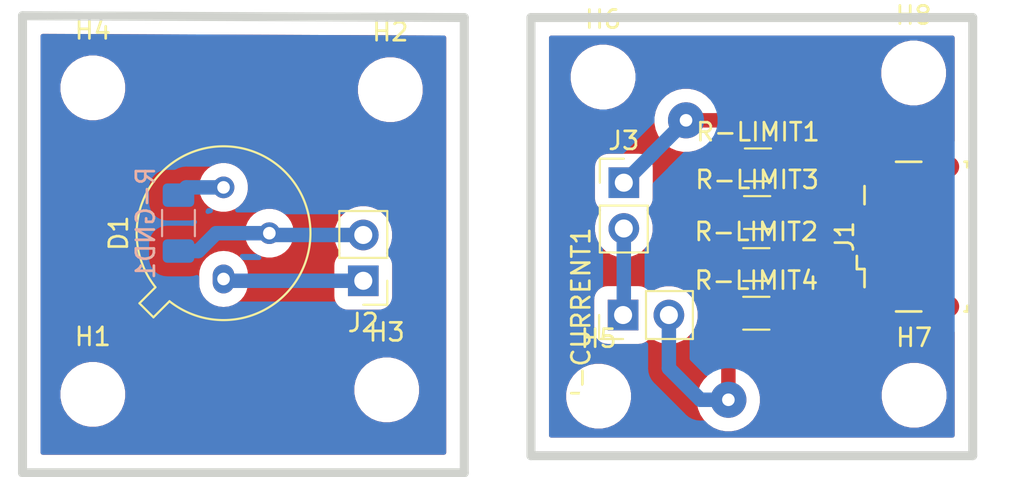
<source format=kicad_pcb>
(kicad_pcb (version 20171130) (host pcbnew 5.1.9)

  (general
    (thickness 1.6)
    (drawings 8)
    (tracks 45)
    (zones 0)
    (modules 18)
    (nets 9)
  )

  (page User 200 150.012)
  (layers
    (0 F.Cu signal)
    (31 B.Cu signal)
    (32 B.Adhes user)
    (33 F.Adhes user)
    (34 B.Paste user)
    (35 F.Paste user)
    (36 B.SilkS user)
    (37 F.SilkS user)
    (38 B.Mask user)
    (39 F.Mask user)
    (40 Dwgs.User user)
    (41 Cmts.User user)
    (42 Eco1.User user)
    (43 Eco2.User user)
    (44 Edge.Cuts user)
    (45 Margin user)
    (46 B.CrtYd user)
    (47 F.CrtYd user)
    (48 B.Fab user)
    (49 F.Fab user)
  )

  (setup
    (last_trace_width 0.8)
    (user_trace_width 0.3)
    (user_trace_width 0.4)
    (user_trace_width 0.6)
    (user_trace_width 0.8)
    (user_trace_width 1)
    (user_trace_width 1.2)
    (trace_clearance 0.2)
    (zone_clearance 0.75)
    (zone_45_only no)
    (trace_min 0.2)
    (via_size 2)
    (via_drill 0.7)
    (via_min_size 0.4)
    (via_min_drill 0.3)
    (uvia_size 0.3)
    (uvia_drill 0.1)
    (uvias_allowed no)
    (uvia_min_size 0.2)
    (uvia_min_drill 0.1)
    (edge_width 0.5)
    (segment_width 0.2)
    (pcb_text_width 0.3)
    (pcb_text_size 1.5 1.5)
    (mod_edge_width 0.12)
    (mod_text_size 1 1)
    (mod_text_width 0.15)
    (pad_size 1.524 1.524)
    (pad_drill 0.762)
    (pad_to_mask_clearance 0)
    (aux_axis_origin 0 0)
    (visible_elements FFFFFF7F)
    (pcbplotparams
      (layerselection 0x00000_ffffffff)
      (usegerberextensions false)
      (usegerberattributes true)
      (usegerberadvancedattributes true)
      (creategerberjobfile true)
      (excludeedgelayer true)
      (linewidth 0.100000)
      (plotframeref false)
      (viasonmask true)
      (mode 1)
      (useauxorigin false)
      (hpglpennumber 1)
      (hpglpenspeed 20)
      (hpglpendiameter 15.000000)
      (psnegative false)
      (psa4output false)
      (plotreference true)
      (plotvalue true)
      (plotinvisibletext false)
      (padsonsilk false)
      (subtractmaskfromsilk false)
      (outputformat 4)
      (mirror false)
      (drillshape 2)
      (scaleselection 1)
      (outputdirectory ""))
  )

  (net 0 "")
  (net 1 GND)
  (net 2 "Net-(D1-Pad3)")
  (net 3 "Net-(J1-Pad4)")
  (net 4 "Net-(J1-Pad3)")
  (net 5 "Net-(J1-Pad2)")
  (net 6 VCC)
  (net 7 /VLED)
  (net 8 "Net-(J-CURRENT1-Pad2)")

  (net_class Default "This is the default net class."
    (clearance 0.2)
    (trace_width 0.25)
    (via_dia 2)
    (via_drill 0.7)
    (uvia_dia 0.3)
    (uvia_drill 0.1)
    (add_net /VLED)
    (add_net GND)
    (add_net "Net-(D1-Pad3)")
    (add_net "Net-(J-CURRENT1-Pad2)")
    (add_net "Net-(J1-Pad2)")
    (add_net "Net-(J1-Pad3)")
    (add_net "Net-(J1-Pad4)")
    (add_net VCC)
  )

  (module Resistor_SMD:R_1206_3216Metric_Pad1.30x1.75mm_HandSolder (layer B.Cu) (tedit 5F68FEEE) (tstamp 60B10F68)
    (at 85.55 55.05 270)
    (descr "Resistor SMD 1206 (3216 Metric), square (rectangular) end terminal, IPC_7351 nominal with elongated pad for handsoldering. (Body size source: IPC-SM-782 page 72, https://www.pcb-3d.com/wordpress/wp-content/uploads/ipc-sm-782a_amendment_1_and_2.pdf), generated with kicad-footprint-generator")
    (tags "resistor handsolder")
    (path /60B355F4)
    (attr smd)
    (fp_text reference R-GND1 (at 0 1.82 90) (layer B.SilkS)
      (effects (font (size 1 1) (thickness 0.15)) (justify mirror))
    )
    (fp_text value 0 (at 0 -1.82 90) (layer B.Fab)
      (effects (font (size 1 1) (thickness 0.15)) (justify mirror))
    )
    (fp_line (start 2.45 -1.12) (end -2.45 -1.12) (layer B.CrtYd) (width 0.05))
    (fp_line (start 2.45 1.12) (end 2.45 -1.12) (layer B.CrtYd) (width 0.05))
    (fp_line (start -2.45 1.12) (end 2.45 1.12) (layer B.CrtYd) (width 0.05))
    (fp_line (start -2.45 -1.12) (end -2.45 1.12) (layer B.CrtYd) (width 0.05))
    (fp_line (start -0.727064 -0.91) (end 0.727064 -0.91) (layer B.SilkS) (width 0.12))
    (fp_line (start -0.727064 0.91) (end 0.727064 0.91) (layer B.SilkS) (width 0.12))
    (fp_line (start 1.6 -0.8) (end -1.6 -0.8) (layer B.Fab) (width 0.1))
    (fp_line (start 1.6 0.8) (end 1.6 -0.8) (layer B.Fab) (width 0.1))
    (fp_line (start -1.6 0.8) (end 1.6 0.8) (layer B.Fab) (width 0.1))
    (fp_line (start -1.6 -0.8) (end -1.6 0.8) (layer B.Fab) (width 0.1))
    (fp_text user %R (at 0 0 90) (layer B.Fab)
      (effects (font (size 0.8 0.8) (thickness 0.12)) (justify mirror))
    )
    (pad 1 smd roundrect (at -1.55 0 270) (size 1.3 1.75) (layers B.Cu B.Paste B.Mask) (roundrect_rratio 0.1923076923076923)
      (net 2 "Net-(D1-Pad3)"))
    (pad 2 smd roundrect (at 1.55 0 270) (size 1.3 1.75) (layers B.Cu B.Paste B.Mask) (roundrect_rratio 0.1923076923076923)
      (net 1 GND))
    (model ${KISYS3DMOD}/Resistor_SMD.3dshapes/R_1206_3216Metric.wrl
      (at (xyz 0 0 0))
      (scale (xyz 1 1 1))
      (rotate (xyz 0 0 0))
    )
  )

  (module user:MicroUSB (layer F.Cu) (tedit 5E32AC70) (tstamp 60B0FEA0)
    (at 126 55.8 90)
    (descr "USB Micro-B receptacle, http://www.mouser.com/ds/2/445/629105150521-469306.pdf")
    (tags "usb micro receptacle")
    (path /60B09487)
    (attr smd)
    (fp_text reference J1 (at 0 -3.5 90) (layer F.SilkS)
      (effects (font (size 1 1) (thickness 0.15)))
    )
    (fp_text value USB_B_Micro (at 0 5.6 90) (layer F.Fab)
      (effects (font (size 1 1) (thickness 0.15)))
    )
    (fp_line (start -4 -2.25) (end -4 3.15) (layer F.Fab) (width 0.15))
    (fp_line (start -4 3.15) (end -3.7 3.15) (layer F.Fab) (width 0.15))
    (fp_line (start -3.7 3.15) (end -3.7 4.35) (layer F.Fab) (width 0.15))
    (fp_line (start -3.7 4.35) (end 3.7 4.35) (layer F.Fab) (width 0.15))
    (fp_line (start 3.7 4.35) (end 3.7 3.15) (layer F.Fab) (width 0.15))
    (fp_line (start 3.7 3.15) (end 4 3.15) (layer F.Fab) (width 0.15))
    (fp_line (start 4 3.15) (end 4 -2.25) (layer F.Fab) (width 0.15))
    (fp_line (start 4 -2.25) (end -4 -2.25) (layer F.Fab) (width 0.15))
    (fp_line (start -2.7 3.75) (end 2.7 3.75) (layer F.Fab) (width 0.15))
    (fp_line (start -1.075 -2.725) (end -1.3 -2.55) (layer F.Fab) (width 0.15))
    (fp_line (start -1.3 -2.55) (end -1.525 -2.725) (layer F.Fab) (width 0.15))
    (fp_line (start -1.525 -2.725) (end -1.525 -2.95) (layer F.Fab) (width 0.15))
    (fp_line (start -1.525 -2.95) (end -1.075 -2.95) (layer F.Fab) (width 0.15))
    (fp_line (start -1.075 -2.95) (end -1.075 -2.725) (layer F.Fab) (width 0.15))
    (fp_line (start -4.15 -0.65) (end -4.15 0.75) (layer F.SilkS) (width 0.15))
    (fp_line (start -4.15 3.15) (end -4.15 3.3) (layer F.SilkS) (width 0.15))
    (fp_line (start -4.15 3.3) (end -3.85 3.3) (layer F.SilkS) (width 0.15))
    (fp_line (start -3.85 3.3) (end -3.85 3.75) (layer F.SilkS) (width 0.15))
    (fp_line (start 3.85 3.75) (end 3.85 3.3) (layer F.SilkS) (width 0.15))
    (fp_line (start 3.85 3.3) (end 4.15 3.3) (layer F.SilkS) (width 0.15))
    (fp_line (start 4.15 3.3) (end 4.15 3.15) (layer F.SilkS) (width 0.15))
    (fp_line (start 4.15 0.75) (end 4.15 -0.65) (layer F.SilkS) (width 0.15))
    (fp_line (start -1.075 -2.825) (end -1.8 -2.825) (layer F.SilkS) (width 0.15))
    (fp_line (start -1.8 -2.825) (end -1.8 -2.4) (layer F.SilkS) (width 0.15))
    (fp_line (start -1.8 -2.4) (end -2.8 -2.4) (layer F.SilkS) (width 0.15))
    (fp_line (start 1.8 -2.4) (end 2.8 -2.4) (layer F.SilkS) (width 0.15))
    (fp_line (start -4.94 -3.34) (end -4.94 4.85) (layer F.CrtYd) (width 0.05))
    (fp_line (start -4.94 4.85) (end 4.95 4.85) (layer F.CrtYd) (width 0.05))
    (fp_line (start 4.95 4.85) (end 4.95 -3.34) (layer F.CrtYd) (width 0.05))
    (fp_line (start 4.95 -3.34) (end -4.94 -3.34) (layer F.CrtYd) (width 0.05))
    (fp_text user "PCB Edge" (at 0 3.75 90) (layer Dwgs.User)
      (effects (font (size 0.5 0.5) (thickness 0.08)))
    )
    (fp_text user %R (at 0 1.05 90) (layer F.Fab)
      (effects (font (size 1 1) (thickness 0.15)))
    )
    (pad 6 smd oval (at 3.875 1.95 90) (size 1.15 1.8) (layers F.Cu F.Paste F.Mask)
      (net 1 GND))
    (pad 6 smd oval (at -3.875 1.95 90) (size 1.15 1.8) (layers F.Cu F.Paste F.Mask)
      (net 1 GND))
    (pad 6 smd oval (at 3.725 -1.85 90) (size 1.45 2) (layers F.Cu F.Paste F.Mask)
      (net 1 GND))
    (pad 6 smd oval (at -3.725 -1.85 90) (size 1.45 2) (layers F.Cu F.Paste F.Mask)
      (net 1 GND))
    (pad 5 smd rect (at 1.3 -1.9 90) (size 0.45 1.3) (layers F.Cu F.Paste F.Mask)
      (net 1 GND))
    (pad 4 smd rect (at 0.65 -1.9 90) (size 0.45 1.3) (layers F.Cu F.Paste F.Mask)
      (net 3 "Net-(J1-Pad4)"))
    (pad 3 smd rect (at 0 -1.9 90) (size 0.45 1.3) (layers F.Cu F.Paste F.Mask)
      (net 4 "Net-(J1-Pad3)"))
    (pad 2 smd rect (at -0.65 -1.9 90) (size 0.45 1.3) (layers F.Cu F.Paste F.Mask)
      (net 5 "Net-(J1-Pad2)"))
    (pad 1 smd rect (at -1.3 -1.9 90) (size 0.45 1.3) (layers F.Cu F.Paste F.Mask)
      (net 6 VCC))
    (model /home/achmaday/_developments_/Projects/my_examples/pcb/opto/uvled/lib/pkg3d/micro-usb-smd.wrl
      (offset (xyz 0 -3 1.2))
      (scale (xyz 1 1 1))
      (rotate (xyz -90 0 0))
    )
  )

  (module Connector_PinHeader_2.54mm:PinHeader_1x02_P2.54mm_Vertical (layer F.Cu) (tedit 59FED5CC) (tstamp 60B0FEB6)
    (at 95.8 58.25 180)
    (descr "Through hole straight pin header, 1x02, 2.54mm pitch, single row")
    (tags "Through hole pin header THT 1x02 2.54mm single row")
    (path /60B2FC7D)
    (fp_text reference J2 (at 0 -2.33) (layer F.SilkS)
      (effects (font (size 1 1) (thickness 0.15)))
    )
    (fp_text value Conn_01x02_Male (at 0 4.87) (layer F.Fab)
      (effects (font (size 1 1) (thickness 0.15)))
    )
    (fp_line (start 1.8 -1.8) (end -1.8 -1.8) (layer F.CrtYd) (width 0.05))
    (fp_line (start 1.8 4.35) (end 1.8 -1.8) (layer F.CrtYd) (width 0.05))
    (fp_line (start -1.8 4.35) (end 1.8 4.35) (layer F.CrtYd) (width 0.05))
    (fp_line (start -1.8 -1.8) (end -1.8 4.35) (layer F.CrtYd) (width 0.05))
    (fp_line (start -1.33 -1.33) (end 0 -1.33) (layer F.SilkS) (width 0.12))
    (fp_line (start -1.33 0) (end -1.33 -1.33) (layer F.SilkS) (width 0.12))
    (fp_line (start -1.33 1.27) (end 1.33 1.27) (layer F.SilkS) (width 0.12))
    (fp_line (start 1.33 1.27) (end 1.33 3.87) (layer F.SilkS) (width 0.12))
    (fp_line (start -1.33 1.27) (end -1.33 3.87) (layer F.SilkS) (width 0.12))
    (fp_line (start -1.33 3.87) (end 1.33 3.87) (layer F.SilkS) (width 0.12))
    (fp_line (start -1.27 -0.635) (end -0.635 -1.27) (layer F.Fab) (width 0.1))
    (fp_line (start -1.27 3.81) (end -1.27 -0.635) (layer F.Fab) (width 0.1))
    (fp_line (start 1.27 3.81) (end -1.27 3.81) (layer F.Fab) (width 0.1))
    (fp_line (start 1.27 -1.27) (end 1.27 3.81) (layer F.Fab) (width 0.1))
    (fp_line (start -0.635 -1.27) (end 1.27 -1.27) (layer F.Fab) (width 0.1))
    (fp_text user %R (at 0 1.27 90) (layer F.Fab)
      (effects (font (size 1 1) (thickness 0.15)))
    )
    (pad 1 thru_hole rect (at 0 0 180) (size 1.7 1.7) (drill 1) (layers *.Cu *.Mask)
      (net 7 /VLED))
    (pad 2 thru_hole oval (at 0 2.54 180) (size 1.7 1.7) (drill 1) (layers *.Cu *.Mask)
      (net 1 GND))
    (model ${KISYS3DMOD}/Connector_PinHeader_2.54mm.3dshapes/PinHeader_1x02_P2.54mm_Vertical.wrl
      (at (xyz 0 0 0))
      (scale (xyz 1 1 1))
      (rotate (xyz 0 0 0))
    )
  )

  (module Connector_PinHeader_2.54mm:PinHeader_1x02_P2.54mm_Vertical (layer F.Cu) (tedit 59FED5CC) (tstamp 60B0FECC)
    (at 110.25 52.81)
    (descr "Through hole straight pin header, 1x02, 2.54mm pitch, single row")
    (tags "Through hole pin header THT 1x02 2.54mm single row")
    (path /60B2A739)
    (fp_text reference J3 (at 0 -2.33) (layer F.SilkS)
      (effects (font (size 1 1) (thickness 0.15)))
    )
    (fp_text value Conn_01x02_Male (at 0 4.87) (layer F.Fab)
      (effects (font (size 1 1) (thickness 0.15)))
    )
    (fp_text user %R (at 0 1.27 90) (layer F.Fab)
      (effects (font (size 1 1) (thickness 0.15)))
    )
    (fp_line (start -0.635 -1.27) (end 1.27 -1.27) (layer F.Fab) (width 0.1))
    (fp_line (start 1.27 -1.27) (end 1.27 3.81) (layer F.Fab) (width 0.1))
    (fp_line (start 1.27 3.81) (end -1.27 3.81) (layer F.Fab) (width 0.1))
    (fp_line (start -1.27 3.81) (end -1.27 -0.635) (layer F.Fab) (width 0.1))
    (fp_line (start -1.27 -0.635) (end -0.635 -1.27) (layer F.Fab) (width 0.1))
    (fp_line (start -1.33 3.87) (end 1.33 3.87) (layer F.SilkS) (width 0.12))
    (fp_line (start -1.33 1.27) (end -1.33 3.87) (layer F.SilkS) (width 0.12))
    (fp_line (start 1.33 1.27) (end 1.33 3.87) (layer F.SilkS) (width 0.12))
    (fp_line (start -1.33 1.27) (end 1.33 1.27) (layer F.SilkS) (width 0.12))
    (fp_line (start -1.33 0) (end -1.33 -1.33) (layer F.SilkS) (width 0.12))
    (fp_line (start -1.33 -1.33) (end 0 -1.33) (layer F.SilkS) (width 0.12))
    (fp_line (start -1.8 -1.8) (end -1.8 4.35) (layer F.CrtYd) (width 0.05))
    (fp_line (start -1.8 4.35) (end 1.8 4.35) (layer F.CrtYd) (width 0.05))
    (fp_line (start 1.8 4.35) (end 1.8 -1.8) (layer F.CrtYd) (width 0.05))
    (fp_line (start 1.8 -1.8) (end -1.8 -1.8) (layer F.CrtYd) (width 0.05))
    (pad 2 thru_hole oval (at 0 2.54) (size 1.7 1.7) (drill 1) (layers *.Cu *.Mask)
      (net 7 /VLED))
    (pad 1 thru_hole rect (at 0 0) (size 1.7 1.7) (drill 1) (layers *.Cu *.Mask)
      (net 1 GND))
    (model ${KISYS3DMOD}/Connector_PinHeader_2.54mm.3dshapes/PinHeader_1x02_P2.54mm_Vertical.wrl
      (at (xyz 0 0 0))
      (scale (xyz 1 1 1))
      (rotate (xyz 0 0 0))
    )
  )

  (module Connector_PinHeader_2.54mm:PinHeader_1x02_P2.54mm_Vertical (layer F.Cu) (tedit 59FED5CC) (tstamp 60B0FEE2)
    (at 110.21 60.15 90)
    (descr "Through hole straight pin header, 1x02, 2.54mm pitch, single row")
    (tags "Through hole pin header THT 1x02 2.54mm single row")
    (path /60B20ECB)
    (fp_text reference J-CURRENT1 (at 0 -2.33 90) (layer F.SilkS)
      (effects (font (size 1 1) (thickness 0.15)))
    )
    (fp_text value Conn_01x02_Male (at 0 4.87 90) (layer F.Fab)
      (effects (font (size 1 1) (thickness 0.15)))
    )
    (fp_line (start 1.8 -1.8) (end -1.8 -1.8) (layer F.CrtYd) (width 0.05))
    (fp_line (start 1.8 4.35) (end 1.8 -1.8) (layer F.CrtYd) (width 0.05))
    (fp_line (start -1.8 4.35) (end 1.8 4.35) (layer F.CrtYd) (width 0.05))
    (fp_line (start -1.8 -1.8) (end -1.8 4.35) (layer F.CrtYd) (width 0.05))
    (fp_line (start -1.33 -1.33) (end 0 -1.33) (layer F.SilkS) (width 0.12))
    (fp_line (start -1.33 0) (end -1.33 -1.33) (layer F.SilkS) (width 0.12))
    (fp_line (start -1.33 1.27) (end 1.33 1.27) (layer F.SilkS) (width 0.12))
    (fp_line (start 1.33 1.27) (end 1.33 3.87) (layer F.SilkS) (width 0.12))
    (fp_line (start -1.33 1.27) (end -1.33 3.87) (layer F.SilkS) (width 0.12))
    (fp_line (start -1.33 3.87) (end 1.33 3.87) (layer F.SilkS) (width 0.12))
    (fp_line (start -1.27 -0.635) (end -0.635 -1.27) (layer F.Fab) (width 0.1))
    (fp_line (start -1.27 3.81) (end -1.27 -0.635) (layer F.Fab) (width 0.1))
    (fp_line (start 1.27 3.81) (end -1.27 3.81) (layer F.Fab) (width 0.1))
    (fp_line (start 1.27 -1.27) (end 1.27 3.81) (layer F.Fab) (width 0.1))
    (fp_line (start -0.635 -1.27) (end 1.27 -1.27) (layer F.Fab) (width 0.1))
    (fp_text user %R (at 0 1.27) (layer F.Fab)
      (effects (font (size 1 1) (thickness 0.15)))
    )
    (pad 1 thru_hole rect (at 0 0 90) (size 1.7 1.7) (drill 1) (layers *.Cu *.Mask)
      (net 7 /VLED))
    (pad 2 thru_hole oval (at 0 2.54 90) (size 1.7 1.7) (drill 1) (layers *.Cu *.Mask)
      (net 8 "Net-(J-CURRENT1-Pad2)"))
    (model ${KISYS3DMOD}/Connector_PinHeader_2.54mm.3dshapes/PinHeader_1x02_P2.54mm_Vertical.wrl
      (at (xyz 0 0 0))
      (scale (xyz 1 1 1))
      (rotate (xyz 0 0 0))
    )
  )

  (module Resistor_SMD:R_1206_3216Metric_Pad1.30x1.75mm_HandSolder (layer F.Cu) (tedit 5F68FEEE) (tstamp 60B0FF04)
    (at 117.69 51.82)
    (descr "Resistor SMD 1206 (3216 Metric), square (rectangular) end terminal, IPC_7351 nominal with elongated pad for handsoldering. (Body size source: IPC-SM-782 page 72, https://www.pcb-3d.com/wordpress/wp-content/uploads/ipc-sm-782a_amendment_1_and_2.pdf), generated with kicad-footprint-generator")
    (tags "resistor handsolder")
    (path /60B0B997)
    (attr smd)
    (fp_text reference R-LIMIT1 (at 0 -1.82) (layer F.SilkS)
      (effects (font (size 1 1) (thickness 0.15)))
    )
    (fp_text value 10K (at 0 1.82) (layer F.Fab)
      (effects (font (size 1 1) (thickness 0.15)))
    )
    (fp_line (start 2.45 1.12) (end -2.45 1.12) (layer F.CrtYd) (width 0.05))
    (fp_line (start 2.45 -1.12) (end 2.45 1.12) (layer F.CrtYd) (width 0.05))
    (fp_line (start -2.45 -1.12) (end 2.45 -1.12) (layer F.CrtYd) (width 0.05))
    (fp_line (start -2.45 1.12) (end -2.45 -1.12) (layer F.CrtYd) (width 0.05))
    (fp_line (start -0.727064 0.91) (end 0.727064 0.91) (layer F.SilkS) (width 0.12))
    (fp_line (start -0.727064 -0.91) (end 0.727064 -0.91) (layer F.SilkS) (width 0.12))
    (fp_line (start 1.6 0.8) (end -1.6 0.8) (layer F.Fab) (width 0.1))
    (fp_line (start 1.6 -0.8) (end 1.6 0.8) (layer F.Fab) (width 0.1))
    (fp_line (start -1.6 -0.8) (end 1.6 -0.8) (layer F.Fab) (width 0.1))
    (fp_line (start -1.6 0.8) (end -1.6 -0.8) (layer F.Fab) (width 0.1))
    (fp_text user %R (at 0 0) (layer F.Fab)
      (effects (font (size 0.8 0.8) (thickness 0.12)))
    )
    (pad 1 smd roundrect (at -1.55 0) (size 1.3 1.75) (layers F.Cu F.Paste F.Mask) (roundrect_rratio 0.1923076923076923)
      (net 8 "Net-(J-CURRENT1-Pad2)"))
    (pad 2 smd roundrect (at 1.55 0) (size 1.3 1.75) (layers F.Cu F.Paste F.Mask) (roundrect_rratio 0.1923076923076923)
      (net 6 VCC))
    (model ${KISYS3DMOD}/Resistor_SMD.3dshapes/R_1206_3216Metric.wrl
      (at (xyz 0 0 0))
      (scale (xyz 1 1 1))
      (rotate (xyz 0 0 0))
    )
  )

  (module Resistor_SMD:R_1206_3216Metric_Pad1.30x1.75mm_HandSolder (layer F.Cu) (tedit 5F68FEEE) (tstamp 60B0FF15)
    (at 117.6 57.35)
    (descr "Resistor SMD 1206 (3216 Metric), square (rectangular) end terminal, IPC_7351 nominal with elongated pad for handsoldering. (Body size source: IPC-SM-782 page 72, https://www.pcb-3d.com/wordpress/wp-content/uploads/ipc-sm-782a_amendment_1_and_2.pdf), generated with kicad-footprint-generator")
    (tags "resistor handsolder")
    (path /60B0C30D)
    (attr smd)
    (fp_text reference R-LIMIT2 (at 0 -1.82) (layer F.SilkS)
      (effects (font (size 1 1) (thickness 0.15)))
    )
    (fp_text value 10K (at 0 1.82) (layer F.Fab)
      (effects (font (size 1 1) (thickness 0.15)))
    )
    (fp_text user %R (at 0 0) (layer F.Fab)
      (effects (font (size 0.8 0.8) (thickness 0.12)))
    )
    (fp_line (start -1.6 0.8) (end -1.6 -0.8) (layer F.Fab) (width 0.1))
    (fp_line (start -1.6 -0.8) (end 1.6 -0.8) (layer F.Fab) (width 0.1))
    (fp_line (start 1.6 -0.8) (end 1.6 0.8) (layer F.Fab) (width 0.1))
    (fp_line (start 1.6 0.8) (end -1.6 0.8) (layer F.Fab) (width 0.1))
    (fp_line (start -0.727064 -0.91) (end 0.727064 -0.91) (layer F.SilkS) (width 0.12))
    (fp_line (start -0.727064 0.91) (end 0.727064 0.91) (layer F.SilkS) (width 0.12))
    (fp_line (start -2.45 1.12) (end -2.45 -1.12) (layer F.CrtYd) (width 0.05))
    (fp_line (start -2.45 -1.12) (end 2.45 -1.12) (layer F.CrtYd) (width 0.05))
    (fp_line (start 2.45 -1.12) (end 2.45 1.12) (layer F.CrtYd) (width 0.05))
    (fp_line (start 2.45 1.12) (end -2.45 1.12) (layer F.CrtYd) (width 0.05))
    (pad 2 smd roundrect (at 1.55 0) (size 1.3 1.75) (layers F.Cu F.Paste F.Mask) (roundrect_rratio 0.1923076923076923)
      (net 6 VCC))
    (pad 1 smd roundrect (at -1.55 0) (size 1.3 1.75) (layers F.Cu F.Paste F.Mask) (roundrect_rratio 0.1923076923076923)
      (net 8 "Net-(J-CURRENT1-Pad2)"))
    (model ${KISYS3DMOD}/Resistor_SMD.3dshapes/R_1206_3216Metric.wrl
      (at (xyz 0 0 0))
      (scale (xyz 1 1 1))
      (rotate (xyz 0 0 0))
    )
  )

  (module Resistor_SMD:R_1206_3216Metric_Pad1.30x1.75mm_HandSolder (layer F.Cu) (tedit 5F68FEEE) (tstamp 60B0FF26)
    (at 117.645001 54.465001)
    (descr "Resistor SMD 1206 (3216 Metric), square (rectangular) end terminal, IPC_7351 nominal with elongated pad for handsoldering. (Body size source: IPC-SM-782 page 72, https://www.pcb-3d.com/wordpress/wp-content/uploads/ipc-sm-782a_amendment_1_and_2.pdf), generated with kicad-footprint-generator")
    (tags "resistor handsolder")
    (path /60B0C775)
    (attr smd)
    (fp_text reference R-LIMIT3 (at 0 -1.82) (layer F.SilkS)
      (effects (font (size 1 1) (thickness 0.15)))
    )
    (fp_text value 10K (at 0 1.82) (layer F.Fab)
      (effects (font (size 1 1) (thickness 0.15)))
    )
    (fp_line (start 2.45 1.12) (end -2.45 1.12) (layer F.CrtYd) (width 0.05))
    (fp_line (start 2.45 -1.12) (end 2.45 1.12) (layer F.CrtYd) (width 0.05))
    (fp_line (start -2.45 -1.12) (end 2.45 -1.12) (layer F.CrtYd) (width 0.05))
    (fp_line (start -2.45 1.12) (end -2.45 -1.12) (layer F.CrtYd) (width 0.05))
    (fp_line (start -0.727064 0.91) (end 0.727064 0.91) (layer F.SilkS) (width 0.12))
    (fp_line (start -0.727064 -0.91) (end 0.727064 -0.91) (layer F.SilkS) (width 0.12))
    (fp_line (start 1.6 0.8) (end -1.6 0.8) (layer F.Fab) (width 0.1))
    (fp_line (start 1.6 -0.8) (end 1.6 0.8) (layer F.Fab) (width 0.1))
    (fp_line (start -1.6 -0.8) (end 1.6 -0.8) (layer F.Fab) (width 0.1))
    (fp_line (start -1.6 0.8) (end -1.6 -0.8) (layer F.Fab) (width 0.1))
    (fp_text user %R (at 0 0) (layer F.Fab)
      (effects (font (size 0.8 0.8) (thickness 0.12)))
    )
    (pad 1 smd roundrect (at -1.55 0) (size 1.3 1.75) (layers F.Cu F.Paste F.Mask) (roundrect_rratio 0.1923076923076923)
      (net 8 "Net-(J-CURRENT1-Pad2)"))
    (pad 2 smd roundrect (at 1.55 0) (size 1.3 1.75) (layers F.Cu F.Paste F.Mask) (roundrect_rratio 0.1923076923076923)
      (net 6 VCC))
    (model ${KISYS3DMOD}/Resistor_SMD.3dshapes/R_1206_3216Metric.wrl
      (at (xyz 0 0 0))
      (scale (xyz 1 1 1))
      (rotate (xyz 0 0 0))
    )
  )

  (module Resistor_SMD:R_1206_3216Metric_Pad1.30x1.75mm_HandSolder (layer F.Cu) (tedit 5F68FEEE) (tstamp 60B0FF37)
    (at 117.6 60.05)
    (descr "Resistor SMD 1206 (3216 Metric), square (rectangular) end terminal, IPC_7351 nominal with elongated pad for handsoldering. (Body size source: IPC-SM-782 page 72, https://www.pcb-3d.com/wordpress/wp-content/uploads/ipc-sm-782a_amendment_1_and_2.pdf), generated with kicad-footprint-generator")
    (tags "resistor handsolder")
    (path /60B0CAEA)
    (attr smd)
    (fp_text reference R-LIMIT4 (at 0 -1.82) (layer F.SilkS)
      (effects (font (size 1 1) (thickness 0.15)))
    )
    (fp_text value 10K (at 0 1.82) (layer F.Fab)
      (effects (font (size 1 1) (thickness 0.15)))
    )
    (fp_text user %R (at 0 0) (layer F.Fab)
      (effects (font (size 0.8 0.8) (thickness 0.12)))
    )
    (fp_line (start -1.6 0.8) (end -1.6 -0.8) (layer F.Fab) (width 0.1))
    (fp_line (start -1.6 -0.8) (end 1.6 -0.8) (layer F.Fab) (width 0.1))
    (fp_line (start 1.6 -0.8) (end 1.6 0.8) (layer F.Fab) (width 0.1))
    (fp_line (start 1.6 0.8) (end -1.6 0.8) (layer F.Fab) (width 0.1))
    (fp_line (start -0.727064 -0.91) (end 0.727064 -0.91) (layer F.SilkS) (width 0.12))
    (fp_line (start -0.727064 0.91) (end 0.727064 0.91) (layer F.SilkS) (width 0.12))
    (fp_line (start -2.45 1.12) (end -2.45 -1.12) (layer F.CrtYd) (width 0.05))
    (fp_line (start -2.45 -1.12) (end 2.45 -1.12) (layer F.CrtYd) (width 0.05))
    (fp_line (start 2.45 -1.12) (end 2.45 1.12) (layer F.CrtYd) (width 0.05))
    (fp_line (start 2.45 1.12) (end -2.45 1.12) (layer F.CrtYd) (width 0.05))
    (pad 2 smd roundrect (at 1.55 0) (size 1.3 1.75) (layers F.Cu F.Paste F.Mask) (roundrect_rratio 0.1923076923076923)
      (net 6 VCC))
    (pad 1 smd roundrect (at -1.55 0) (size 1.3 1.75) (layers F.Cu F.Paste F.Mask) (roundrect_rratio 0.1923076923076923)
      (net 8 "Net-(J-CURRENT1-Pad2)"))
    (model ${KISYS3DMOD}/Resistor_SMD.3dshapes/R_1206_3216Metric.wrl
      (at (xyz 0 0 0))
      (scale (xyz 1 1 1))
      (rotate (xyz 0 0 0))
    )
  )

  (module MountingHole:MountingHole_2.1mm (layer F.Cu) (tedit 5B924765) (tstamp 60B1071C)
    (at 80.8 64.55)
    (descr "Mounting Hole 2.1mm, no annular")
    (tags "mounting hole 2.1mm no annular")
    (path /60B1340C)
    (attr virtual)
    (fp_text reference H1 (at 0 -3.2) (layer F.SilkS)
      (effects (font (size 1 1) (thickness 0.15)))
    )
    (fp_text value MountingHole (at 0 3.2) (layer F.Fab)
      (effects (font (size 1 1) (thickness 0.15)))
    )
    (fp_circle (center 0 0) (end 2.35 0) (layer F.CrtYd) (width 0.05))
    (fp_circle (center 0 0) (end 2.1 0) (layer Cmts.User) (width 0.15))
    (fp_text user %R (at 0.3 0) (layer F.Fab)
      (effects (font (size 1 1) (thickness 0.15)))
    )
    (pad "" np_thru_hole circle (at 0 0) (size 2.1 2.1) (drill 2.1) (layers *.Cu *.Mask))
  )

  (module MountingHole:MountingHole_2.1mm (layer F.Cu) (tedit 5B924765) (tstamp 60B10724)
    (at 97.3 47.65)
    (descr "Mounting Hole 2.1mm, no annular")
    (tags "mounting hole 2.1mm no annular")
    (path /60B14BC6)
    (attr virtual)
    (fp_text reference H2 (at 0 -3.2) (layer F.SilkS)
      (effects (font (size 1 1) (thickness 0.15)))
    )
    (fp_text value MountingHole (at 0 3.2) (layer F.Fab)
      (effects (font (size 1 1) (thickness 0.15)))
    )
    (fp_circle (center 0 0) (end 2.35 0) (layer F.CrtYd) (width 0.05))
    (fp_circle (center 0 0) (end 2.1 0) (layer Cmts.User) (width 0.15))
    (fp_text user %R (at 0.3 0) (layer F.Fab)
      (effects (font (size 1 1) (thickness 0.15)))
    )
    (pad "" np_thru_hole circle (at 0 0) (size 2.1 2.1) (drill 2.1) (layers *.Cu *.Mask))
  )

  (module MountingHole:MountingHole_2.1mm (layer F.Cu) (tedit 5B924765) (tstamp 60B1072C)
    (at 97.1 64.3)
    (descr "Mounting Hole 2.1mm, no annular")
    (tags "mounting hole 2.1mm no annular")
    (path /60B140BA)
    (attr virtual)
    (fp_text reference H3 (at 0 -3.2) (layer F.SilkS)
      (effects (font (size 1 1) (thickness 0.15)))
    )
    (fp_text value MountingHole (at 0 3.2) (layer F.Fab)
      (effects (font (size 1 1) (thickness 0.15)))
    )
    (fp_text user %R (at 0.3 0) (layer F.Fab)
      (effects (font (size 1 1) (thickness 0.15)))
    )
    (fp_circle (center 0 0) (end 2.1 0) (layer Cmts.User) (width 0.15))
    (fp_circle (center 0 0) (end 2.35 0) (layer F.CrtYd) (width 0.05))
    (pad "" np_thru_hole circle (at 0 0) (size 2.1 2.1) (drill 2.1) (layers *.Cu *.Mask))
  )

  (module MountingHole:MountingHole_2.1mm (layer F.Cu) (tedit 5B924765) (tstamp 60B10734)
    (at 80.8 47.55)
    (descr "Mounting Hole 2.1mm, no annular")
    (tags "mounting hole 2.1mm no annular")
    (path /60B14D1A)
    (attr virtual)
    (fp_text reference H4 (at 0 -3.2) (layer F.SilkS)
      (effects (font (size 1 1) (thickness 0.15)))
    )
    (fp_text value MountingHole (at 0 3.2) (layer F.Fab)
      (effects (font (size 1 1) (thickness 0.15)))
    )
    (fp_text user %R (at 0.3 0) (layer F.Fab)
      (effects (font (size 1 1) (thickness 0.15)))
    )
    (fp_circle (center 0 0) (end 2.1 0) (layer Cmts.User) (width 0.15))
    (fp_circle (center 0 0) (end 2.35 0) (layer F.CrtYd) (width 0.05))
    (pad "" np_thru_hole circle (at 0 0) (size 2.1 2.1) (drill 2.1) (layers *.Cu *.Mask))
  )

  (module MountingHole:MountingHole_2.1mm (layer F.Cu) (tedit 5B924765) (tstamp 60B1073C)
    (at 108.85 64.65)
    (descr "Mounting Hole 2.1mm, no annular")
    (tags "mounting hole 2.1mm no annular")
    (path /60B17683)
    (attr virtual)
    (fp_text reference H5 (at 0 -3.2) (layer F.SilkS)
      (effects (font (size 1 1) (thickness 0.15)))
    )
    (fp_text value MountingHole (at 0 3.2) (layer F.Fab)
      (effects (font (size 1 1) (thickness 0.15)))
    )
    (fp_circle (center 0 0) (end 2.35 0) (layer F.CrtYd) (width 0.05))
    (fp_circle (center 0 0) (end 2.1 0) (layer Cmts.User) (width 0.15))
    (fp_text user %R (at 0.3 0) (layer F.Fab)
      (effects (font (size 1 1) (thickness 0.15)))
    )
    (pad "" np_thru_hole circle (at 0 0) (size 2.1 2.1) (drill 2.1) (layers *.Cu *.Mask))
  )

  (module MountingHole:MountingHole_2.1mm (layer F.Cu) (tedit 5B924765) (tstamp 60B10744)
    (at 109.1 46.95)
    (descr "Mounting Hole 2.1mm, no annular")
    (tags "mounting hole 2.1mm no annular")
    (path /60B177F9)
    (attr virtual)
    (fp_text reference H6 (at 0 -3.2) (layer F.SilkS)
      (effects (font (size 1 1) (thickness 0.15)))
    )
    (fp_text value MountingHole (at 0 3.2) (layer F.Fab)
      (effects (font (size 1 1) (thickness 0.15)))
    )
    (fp_circle (center 0 0) (end 2.35 0) (layer F.CrtYd) (width 0.05))
    (fp_circle (center 0 0) (end 2.1 0) (layer Cmts.User) (width 0.15))
    (fp_text user %R (at 0.3 0) (layer F.Fab)
      (effects (font (size 1 1) (thickness 0.15)))
    )
    (pad "" np_thru_hole circle (at 0 0) (size 2.1 2.1) (drill 2.1) (layers *.Cu *.Mask))
  )

  (module MountingHole:MountingHole_2.1mm (layer F.Cu) (tedit 5B924765) (tstamp 60B1074C)
    (at 126.35 64.6)
    (descr "Mounting Hole 2.1mm, no annular")
    (tags "mounting hole 2.1mm no annular")
    (path /60B177EF)
    (attr virtual)
    (fp_text reference H7 (at 0 -3.2) (layer F.SilkS)
      (effects (font (size 1 1) (thickness 0.15)))
    )
    (fp_text value MountingHole (at 0 3.2) (layer F.Fab)
      (effects (font (size 1 1) (thickness 0.15)))
    )
    (fp_text user %R (at 0.3 0) (layer F.Fab)
      (effects (font (size 1 1) (thickness 0.15)))
    )
    (fp_circle (center 0 0) (end 2.1 0) (layer Cmts.User) (width 0.15))
    (fp_circle (center 0 0) (end 2.35 0) (layer F.CrtYd) (width 0.05))
    (pad "" np_thru_hole circle (at 0 0) (size 2.1 2.1) (drill 2.1) (layers *.Cu *.Mask))
  )

  (module MountingHole:MountingHole_2.1mm (layer F.Cu) (tedit 5B924765) (tstamp 60B10754)
    (at 126.325001 46.725001)
    (descr "Mounting Hole 2.1mm, no annular")
    (tags "mounting hole 2.1mm no annular")
    (path /60B17803)
    (attr virtual)
    (fp_text reference H8 (at 0 -3.2) (layer F.SilkS)
      (effects (font (size 1 1) (thickness 0.15)))
    )
    (fp_text value MountingHole (at 0 3.2) (layer F.Fab)
      (effects (font (size 1 1) (thickness 0.15)))
    )
    (fp_text user %R (at 0.3 0) (layer F.Fab)
      (effects (font (size 1 1) (thickness 0.15)))
    )
    (fp_circle (center 0 0) (end 2.1 0) (layer Cmts.User) (width 0.15))
    (fp_circle (center 0 0) (end 2.35 0) (layer F.CrtYd) (width 0.05))
    (pad "" np_thru_hole circle (at 0 0) (size 2.1 2.1) (drill 2.1) (layers *.Cu *.Mask))
  )

  (module Package_TO_SOT_THT:TO-39-3 (layer F.Cu) (tedit 5A02FF81) (tstamp 60B11026)
    (at 88.05 58.15 90)
    (descr TO-39-3)
    (tags TO-39-3)
    (path /60B2A5A9)
    (fp_text reference D1 (at 2.54 -5.82 90) (layer F.SilkS)
      (effects (font (size 1 1) (thickness 0.15)))
    )
    (fp_text value LED_PAD (at 2.54 5.82 90) (layer F.Fab)
      (effects (font (size 1 1) (thickness 0.15)))
    )
    (fp_circle (center 2.54 0) (end 6.79 0) (layer F.Fab) (width 0.1))
    (fp_line (start 7.49 -4.95) (end -2.41 -4.95) (layer F.CrtYd) (width 0.05))
    (fp_line (start 7.49 4.95) (end 7.49 -4.95) (layer F.CrtYd) (width 0.05))
    (fp_line (start -2.41 4.95) (end 7.49 4.95) (layer F.CrtYd) (width 0.05))
    (fp_line (start -2.41 -4.95) (end -2.41 4.95) (layer F.CrtYd) (width 0.05))
    (fp_line (start -2.125856 -3.888039) (end -1.234902 -2.997084) (layer F.SilkS) (width 0.12))
    (fp_line (start -1.348039 -4.665856) (end -2.125856 -3.888039) (layer F.SilkS) (width 0.12))
    (fp_line (start -0.457084 -3.774902) (end -1.348039 -4.665856) (layer F.SilkS) (width 0.12))
    (fp_line (start -1.879621 -3.81151) (end -1.07352 -3.005408) (layer F.Fab) (width 0.1))
    (fp_line (start -1.27151 -4.419621) (end -1.879621 -3.81151) (layer F.Fab) (width 0.1))
    (fp_line (start -0.465408 -3.61352) (end -1.27151 -4.419621) (layer F.Fab) (width 0.1))
    (fp_text user %R (at 2.54 -5.82 90) (layer F.Fab)
      (effects (font (size 1 1) (thickness 0.15)))
    )
    (fp_arc (start 2.54 0) (end -0.465408 -3.61352) (angle 349.5) (layer F.Fab) (width 0.1))
    (fp_arc (start 2.54 0) (end -0.457084 -3.774902) (angle 346.9) (layer F.SilkS) (width 0.12))
    (pad 1 thru_hole oval (at 0 0 90) (size 1.6 1.2) (drill 0.7) (layers *.Cu *.Mask)
      (net 7 /VLED))
    (pad 2 thru_hole oval (at 2.54 2.54 90) (size 1.2 1.2) (drill 0.7) (layers *.Cu *.Mask)
      (net 1 GND))
    (pad 3 thru_hole oval (at 5.08 0 90) (size 1.2 1.2) (drill 0.7) (layers *.Cu *.Mask)
      (net 2 "Net-(D1-Pad3)"))
    (model ${KISYS3DMOD}/Package_TO_SOT_THT.3dshapes/TO-39-3.wrl
      (at (xyz 0 0 0))
      (scale (xyz 1 1 1))
      (rotate (xyz 0 0 0))
    )
  )

  (gr_line (start 76.9 68.9) (end 76.9 43.55) (layer Edge.Cuts) (width 0.5) (tstamp 60B10D77))
  (gr_line (start 101.4 68.9) (end 76.9 68.9) (layer Edge.Cuts) (width 0.5))
  (gr_line (start 101.4 43.65) (end 101.4 68.9) (layer Edge.Cuts) (width 0.5))
  (gr_line (start 76.9 43.55) (end 101.4 43.65) (layer Edge.Cuts) (width 0.5))
  (gr_line (start 105.1 67.95) (end 105.1 43.65) (layer Edge.Cuts) (width 0.5) (tstamp 60B10987))
  (gr_line (start 129.6 67.95) (end 105.1 67.95) (layer Edge.Cuts) (width 0.5))
  (gr_line (start 129.6 43.65) (end 129.6 67.95) (layer Edge.Cuts) (width 0.5))
  (gr_line (start 105.1 43.65) (end 129.6 43.65) (layer Edge.Cuts) (width 0.5))

  (via (at 113.7 49.35) (size 2) (drill 0.7) (layers F.Cu B.Cu) (net 1))
  (segment (start 121.25 49.35) (end 113.7 49.35) (width 0.8) (layer F.Cu) (net 1))
  (segment (start 113.7 49.35) (end 111.85 51.2) (width 0.8) (layer B.Cu) (net 1))
  (segment (start 111.85 51.21) (end 110.25 52.81) (width 0.8) (layer B.Cu) (net 1))
  (segment (start 111.85 51.2) (end 111.85 51.21) (width 0.8) (layer B.Cu) (net 1))
  (segment (start 124.1 54.5) (end 122.25 54.5) (width 0.3) (layer F.Cu) (net 1))
  (segment (start 121.25 53.5) (end 121.25 49.35) (width 0.3) (layer F.Cu) (net 1))
  (segment (start 122.25 54.5) (end 121.25 53.5) (width 0.3) (layer F.Cu) (net 1))
  (segment (start 127.8 52.075) (end 127.95 51.925) (width 0.8) (layer F.Cu) (net 1))
  (segment (start 124.15 52.075) (end 127.8 52.075) (width 0.8) (layer F.Cu) (net 1))
  (segment (start 127.8 59.525) (end 127.95 59.675) (width 0.8) (layer F.Cu) (net 1))
  (segment (start 124.15 59.525) (end 127.8 59.525) (width 0.8) (layer F.Cu) (net 1))
  (segment (start 127.65 54.5) (end 127.95 54.2) (width 0.3) (layer F.Cu) (net 1))
  (segment (start 124.1 54.5) (end 127.65 54.5) (width 0.3) (layer F.Cu) (net 1))
  (segment (start 127.95 54.2) (end 127.95 59.675) (width 0.8) (layer F.Cu) (net 1))
  (segment (start 127.95 51.925) (end 127.95 54.2) (width 0.8) (layer F.Cu) (net 1))
  (segment (start 90.69 55.71) (end 90.59 55.61) (width 0.8) (layer B.Cu) (net 1))
  (segment (start 95.8 55.71) (end 90.69 55.71) (width 0.8) (layer B.Cu) (net 1))
  (segment (start 85.55 56.6) (end 86.65 56.6) (width 0.8) (layer B.Cu) (net 1))
  (segment (start 87.64 55.61) (end 90.59 55.61) (width 0.8) (layer B.Cu) (net 1))
  (segment (start 86.65 56.6) (end 87.64 55.61) (width 0.8) (layer B.Cu) (net 1))
  (segment (start 85.98 53.07) (end 85.55 53.5) (width 0.8) (layer B.Cu) (net 2))
  (segment (start 88.05 53.07) (end 85.98 53.07) (width 0.8) (layer B.Cu) (net 2))
  (segment (start 119.3 57.2) (end 119.15 57.35) (width 0.3) (layer F.Cu) (net 6))
  (segment (start 119.195001 57.304999) (end 119.15 57.35) (width 0.6) (layer F.Cu) (net 6))
  (segment (start 119.195001 54.465001) (end 119.195001 57.304999) (width 0.6) (layer F.Cu) (net 6))
  (segment (start 119.24 54.420002) (end 119.195001 54.465001) (width 0.6) (layer F.Cu) (net 6))
  (segment (start 119.24 51.82) (end 119.24 54.420002) (width 0.6) (layer F.Cu) (net 6))
  (segment (start 119.15 57.35) (end 119.15 60.05) (width 0.6) (layer F.Cu) (net 6))
  (segment (start 119.4 57.1) (end 119.15 57.35) (width 0.3) (layer F.Cu) (net 6))
  (segment (start 124.1 57.1) (end 119.4 57.1) (width 0.3) (layer F.Cu) (net 6))
  (segment (start 110.25 60.11) (end 110.21 60.15) (width 0.8) (layer B.Cu) (net 7))
  (segment (start 110.25 55.35) (end 110.25 60.11) (width 0.8) (layer B.Cu) (net 7))
  (segment (start 88.15 58.25) (end 88.05 58.15) (width 0.8) (layer B.Cu) (net 7))
  (segment (start 95.8 58.25) (end 88.15 58.25) (width 0.8) (layer B.Cu) (net 7))
  (segment (start 116.14 54.420002) (end 116.095001 54.465001) (width 0.6) (layer F.Cu) (net 8))
  (segment (start 116.14 51.82) (end 116.14 54.420002) (width 0.6) (layer F.Cu) (net 8))
  (segment (start 116.05 57.35) (end 116.05 60.05) (width 0.6) (layer F.Cu) (net 8))
  (segment (start 116.095001 57.304999) (end 116.05 57.35) (width 0.6) (layer F.Cu) (net 8))
  (segment (start 116.095001 54.465001) (end 116.095001 57.304999) (width 0.6) (layer F.Cu) (net 8))
  (via (at 116.05 64.85) (size 2) (drill 0.7) (layers F.Cu B.Cu) (net 8))
  (segment (start 116.05 60.05) (end 116.05 64.85) (width 0.8) (layer F.Cu) (net 8))
  (segment (start 116.05 64.85) (end 114.5 64.85) (width 0.8) (layer B.Cu) (net 8))
  (segment (start 112.75 63.1) (end 112.75 60.15) (width 0.8) (layer B.Cu) (net 8))
  (segment (start 114.5 64.85) (end 112.75 63.1) (width 0.8) (layer B.Cu) (net 8))

  (zone (net 0) (net_name "") (layer F.Cu) (tstamp 0) (hatch edge 0.508)
    (connect_pads (clearance 0.75))
    (min_thickness 0.254)
    (fill yes (arc_segments 32) (thermal_gap 0.508) (thermal_bridge_width 0.508))
    (polygon
      (pts
        (xy 129.55 43.65) (xy 129.55 68.05) (xy 105.05 67.95) (xy 105.15 43.6)
      )
    )
    (filled_polygon
      (pts
        (xy 128.473 50.485476) (xy 128.346325 50.473) (xy 127.553675 50.473) (xy 127.340358 50.49401) (xy 127.066655 50.577037)
        (xy 126.814409 50.711865) (xy 126.709454 50.798) (xy 125.394218 50.798) (xy 125.31933 50.736541) (xy 125.041025 50.587784)
        (xy 124.739047 50.49618) (xy 124.503697 50.473) (xy 123.796303 50.473) (xy 123.560953 50.49618) (xy 123.258975 50.587784)
        (xy 122.98067 50.736541) (xy 122.736734 50.936734) (xy 122.536541 51.18067) (xy 122.387784 51.458975) (xy 122.29618 51.760953)
        (xy 122.277 51.95569) (xy 122.277 50.111543) (xy 122.316924 50.062896) (xy 122.435502 49.841051) (xy 122.508522 49.600336)
        (xy 122.533178 49.35) (xy 122.508522 49.099664) (xy 122.435502 48.858949) (xy 122.316924 48.637104) (xy 122.157344 48.442656)
        (xy 121.962896 48.283076) (xy 121.741051 48.164498) (xy 121.500336 48.091478) (xy 121.312726 48.073) (xy 115.077479 48.073)
        (xy 114.896518 47.892039) (xy 114.589093 47.686624) (xy 114.247501 47.545132) (xy 113.884868 47.473) (xy 113.515132 47.473)
        (xy 113.152499 47.545132) (xy 112.810907 47.686624) (xy 112.503482 47.892039) (xy 112.242039 48.153482) (xy 112.036624 48.460907)
        (xy 111.895132 48.802499) (xy 111.823 49.165132) (xy 111.823 49.534868) (xy 111.895132 49.897501) (xy 112.036624 50.239093)
        (xy 112.242039 50.546518) (xy 112.503482 50.807961) (xy 112.810907 51.013376) (xy 113.152499 51.154868) (xy 113.515132 51.227)
        (xy 113.884868 51.227) (xy 114.247501 51.154868) (xy 114.589093 51.013376) (xy 114.629291 50.986516) (xy 114.608757 51.195)
        (xy 114.608757 52.445) (xy 114.630494 52.665695) (xy 114.694868 52.877908) (xy 114.799406 53.073485) (xy 114.833546 53.115085)
        (xy 114.754407 53.211516) (xy 114.649869 53.407093) (xy 114.585495 53.619306) (xy 114.563758 53.840001) (xy 114.563758 55.090001)
        (xy 114.585495 55.310696) (xy 114.649869 55.522909) (xy 114.754407 55.718486) (xy 114.894232 55.888864) (xy 114.85009 55.92509)
        (xy 114.709406 56.096515) (xy 114.604868 56.292092) (xy 114.540494 56.504305) (xy 114.518757 56.725) (xy 114.518757 57.975)
        (xy 114.540494 58.195695) (xy 114.604868 58.407908) (xy 114.709406 58.603485) (xy 114.788613 58.7) (xy 114.709406 58.796515)
        (xy 114.604868 58.992092) (xy 114.540494 59.204305) (xy 114.518757 59.425) (xy 114.518757 60.675) (xy 114.540494 60.895695)
        (xy 114.604868 61.107908) (xy 114.709406 61.303485) (xy 114.773 61.380975) (xy 114.773001 63.47252) (xy 114.592039 63.653482)
        (xy 114.386624 63.960907) (xy 114.245132 64.302499) (xy 114.173 64.665132) (xy 114.173 65.034868) (xy 114.245132 65.397501)
        (xy 114.386624 65.739093) (xy 114.592039 66.046518) (xy 114.853482 66.307961) (xy 115.160907 66.513376) (xy 115.502499 66.654868)
        (xy 115.865132 66.727) (xy 116.234868 66.727) (xy 116.597501 66.654868) (xy 116.939093 66.513376) (xy 117.246518 66.307961)
        (xy 117.507961 66.046518) (xy 117.713376 65.739093) (xy 117.854868 65.397501) (xy 117.927 65.034868) (xy 117.927 64.665132)
        (xy 117.876293 64.410207) (xy 124.423 64.410207) (xy 124.423 64.789793) (xy 124.497053 65.162085) (xy 124.642315 65.512777)
        (xy 124.853201 65.828391) (xy 125.121609 66.096799) (xy 125.437223 66.307685) (xy 125.787915 66.452947) (xy 126.160207 66.527)
        (xy 126.539793 66.527) (xy 126.912085 66.452947) (xy 127.262777 66.307685) (xy 127.578391 66.096799) (xy 127.846799 65.828391)
        (xy 128.057685 65.512777) (xy 128.202947 65.162085) (xy 128.277 64.789793) (xy 128.277 64.410207) (xy 128.202947 64.037915)
        (xy 128.057685 63.687223) (xy 127.846799 63.371609) (xy 127.578391 63.103201) (xy 127.262777 62.892315) (xy 126.912085 62.747053)
        (xy 126.539793 62.673) (xy 126.160207 62.673) (xy 125.787915 62.747053) (xy 125.437223 62.892315) (xy 125.121609 63.103201)
        (xy 124.853201 63.371609) (xy 124.642315 63.687223) (xy 124.497053 64.037915) (xy 124.423 64.410207) (xy 117.876293 64.410207)
        (xy 117.854868 64.302499) (xy 117.713376 63.960907) (xy 117.507961 63.653482) (xy 117.327 63.472521) (xy 117.327 61.380975)
        (xy 117.390594 61.303485) (xy 117.495132 61.107908) (xy 117.559506 60.895695) (xy 117.581243 60.675) (xy 117.581243 59.425)
        (xy 117.559506 59.204305) (xy 117.495132 58.992092) (xy 117.390594 58.796515) (xy 117.311387 58.7) (xy 117.390594 58.603485)
        (xy 117.495132 58.407908) (xy 117.559506 58.195695) (xy 117.581243 57.975) (xy 117.581243 56.725) (xy 117.559506 56.504305)
        (xy 117.495132 56.292092) (xy 117.390594 56.096515) (xy 117.272001 55.952008) (xy 117.272001 55.908713) (xy 117.294911 55.889911)
        (xy 117.435595 55.718486) (xy 117.540133 55.522909) (xy 117.604507 55.310696) (xy 117.626244 55.090001) (xy 117.626244 53.840001)
        (xy 117.604507 53.619306) (xy 117.540133 53.407093) (xy 117.435595 53.211516) (xy 117.401455 53.169916) (xy 117.480594 53.073485)
        (xy 117.585132 52.877908) (xy 117.649506 52.665695) (xy 117.671243 52.445) (xy 117.671243 51.195) (xy 117.649506 50.974305)
        (xy 117.585132 50.762092) (xy 117.512924 50.627) (xy 117.867076 50.627) (xy 117.794868 50.762092) (xy 117.730494 50.974305)
        (xy 117.708757 51.195) (xy 117.708757 52.445) (xy 117.730494 52.665695) (xy 117.794868 52.877908) (xy 117.899406 53.073485)
        (xy 117.933546 53.115085) (xy 117.854407 53.211516) (xy 117.749869 53.407093) (xy 117.685495 53.619306) (xy 117.663758 53.840001)
        (xy 117.663758 55.090001) (xy 117.685495 55.310696) (xy 117.749869 55.522909) (xy 117.854407 55.718486) (xy 117.994232 55.888864)
        (xy 117.95009 55.92509) (xy 117.809406 56.096515) (xy 117.704868 56.292092) (xy 117.640494 56.504305) (xy 117.618757 56.725)
        (xy 117.618757 57.975) (xy 117.640494 58.195695) (xy 117.704868 58.407908) (xy 117.809406 58.603485) (xy 117.888613 58.7)
        (xy 117.809406 58.796515) (xy 117.704868 58.992092) (xy 117.640494 59.204305) (xy 117.618757 59.425) (xy 117.618757 60.675)
        (xy 117.640494 60.895695) (xy 117.704868 61.107908) (xy 117.809406 61.303485) (xy 117.95009 61.47491) (xy 118.121515 61.615594)
        (xy 118.317092 61.720132) (xy 118.529305 61.784506) (xy 118.75 61.806243) (xy 119.55 61.806243) (xy 119.770695 61.784506)
        (xy 119.982908 61.720132) (xy 120.178485 61.615594) (xy 120.34991 61.47491) (xy 120.490594 61.303485) (xy 120.595132 61.107908)
        (xy 120.659506 60.895695) (xy 120.681243 60.675) (xy 120.681243 59.425) (xy 120.659506 59.204305) (xy 120.595132 58.992092)
        (xy 120.490594 58.796515) (xy 120.411387 58.7) (xy 120.490594 58.603485) (xy 120.595132 58.407908) (xy 120.659506 58.195695)
        (xy 120.666272 58.127) (xy 123.090009 58.127) (xy 123.091036 58.127549) (xy 122.98067 58.186541) (xy 122.736734 58.386734)
        (xy 122.536541 58.63067) (xy 122.387784 58.908975) (xy 122.29618 59.210953) (xy 122.265249 59.525) (xy 122.29618 59.839047)
        (xy 122.387784 60.141025) (xy 122.536541 60.41933) (xy 122.736734 60.663266) (xy 122.98067 60.863459) (xy 123.258975 61.012216)
        (xy 123.560953 61.10382) (xy 123.796303 61.127) (xy 124.503697 61.127) (xy 124.739047 61.10382) (xy 125.041025 61.012216)
        (xy 125.31933 60.863459) (xy 125.394218 60.802) (xy 126.709454 60.802) (xy 126.814409 60.888135) (xy 127.066655 61.022963)
        (xy 127.340358 61.10599) (xy 127.553675 61.127) (xy 128.346325 61.127) (xy 128.473001 61.114523) (xy 128.473001 66.823)
        (xy 106.227 66.823) (xy 106.227 64.460207) (xy 106.923 64.460207) (xy 106.923 64.839793) (xy 106.997053 65.212085)
        (xy 107.142315 65.562777) (xy 107.353201 65.878391) (xy 107.621609 66.146799) (xy 107.937223 66.357685) (xy 108.287915 66.502947)
        (xy 108.660207 66.577) (xy 109.039793 66.577) (xy 109.412085 66.502947) (xy 109.762777 66.357685) (xy 110.078391 66.146799)
        (xy 110.346799 65.878391) (xy 110.557685 65.562777) (xy 110.702947 65.212085) (xy 110.777 64.839793) (xy 110.777 64.460207)
        (xy 110.702947 64.087915) (xy 110.557685 63.737223) (xy 110.346799 63.421609) (xy 110.078391 63.153201) (xy 109.762777 62.942315)
        (xy 109.412085 62.797053) (xy 109.039793 62.723) (xy 108.660207 62.723) (xy 108.287915 62.797053) (xy 107.937223 62.942315)
        (xy 107.621609 63.153201) (xy 107.353201 63.421609) (xy 107.142315 63.737223) (xy 106.997053 64.087915) (xy 106.923 64.460207)
        (xy 106.227 64.460207) (xy 106.227 59.3) (xy 108.478757 59.3) (xy 108.478757 61) (xy 108.49569 61.171922)
        (xy 108.545838 61.337237) (xy 108.627273 61.489592) (xy 108.736867 61.623133) (xy 108.870408 61.732727) (xy 109.022763 61.814162)
        (xy 109.188078 61.86431) (xy 109.36 61.881243) (xy 111.06 61.881243) (xy 111.231922 61.86431) (xy 111.397237 61.814162)
        (xy 111.549592 61.732727) (xy 111.683133 61.623133) (xy 111.740878 61.552771) (xy 111.931959 61.680447) (xy 112.246253 61.810632)
        (xy 112.579905 61.877) (xy 112.920095 61.877) (xy 113.253747 61.810632) (xy 113.568041 61.680447) (xy 113.850898 61.491448)
        (xy 114.091448 61.250898) (xy 114.280447 60.968041) (xy 114.410632 60.653747) (xy 114.477 60.320095) (xy 114.477 59.979905)
        (xy 114.410632 59.646253) (xy 114.280447 59.331959) (xy 114.091448 59.049102) (xy 113.850898 58.808552) (xy 113.568041 58.619553)
        (xy 113.253747 58.489368) (xy 112.920095 58.423) (xy 112.579905 58.423) (xy 112.246253 58.489368) (xy 111.931959 58.619553)
        (xy 111.740878 58.747229) (xy 111.683133 58.676867) (xy 111.549592 58.567273) (xy 111.397237 58.485838) (xy 111.231922 58.43569)
        (xy 111.06 58.418757) (xy 109.36 58.418757) (xy 109.188078 58.43569) (xy 109.022763 58.485838) (xy 108.870408 58.567273)
        (xy 108.736867 58.676867) (xy 108.627273 58.810408) (xy 108.545838 58.962763) (xy 108.49569 59.128078) (xy 108.478757 59.3)
        (xy 106.227 59.3) (xy 106.227 51.96) (xy 108.518757 51.96) (xy 108.518757 53.66) (xy 108.53569 53.831922)
        (xy 108.585838 53.997237) (xy 108.667273 54.149592) (xy 108.776867 54.283133) (xy 108.847229 54.340878) (xy 108.719553 54.531959)
        (xy 108.589368 54.846253) (xy 108.523 55.179905) (xy 108.523 55.520095) (xy 108.589368 55.853747) (xy 108.719553 56.168041)
        (xy 108.908552 56.450898) (xy 109.149102 56.691448) (xy 109.431959 56.880447) (xy 109.746253 57.010632) (xy 110.079905 57.077)
        (xy 110.420095 57.077) (xy 110.753747 57.010632) (xy 111.068041 56.880447) (xy 111.350898 56.691448) (xy 111.591448 56.450898)
        (xy 111.780447 56.168041) (xy 111.910632 55.853747) (xy 111.977 55.520095) (xy 111.977 55.179905) (xy 111.910632 54.846253)
        (xy 111.780447 54.531959) (xy 111.652771 54.340878) (xy 111.723133 54.283133) (xy 111.832727 54.149592) (xy 111.914162 53.997237)
        (xy 111.96431 53.831922) (xy 111.981243 53.66) (xy 111.981243 51.96) (xy 111.96431 51.788078) (xy 111.914162 51.622763)
        (xy 111.832727 51.470408) (xy 111.723133 51.336867) (xy 111.589592 51.227273) (xy 111.437237 51.145838) (xy 111.271922 51.09569)
        (xy 111.1 51.078757) (xy 109.4 51.078757) (xy 109.228078 51.09569) (xy 109.062763 51.145838) (xy 108.910408 51.227273)
        (xy 108.776867 51.336867) (xy 108.667273 51.470408) (xy 108.585838 51.622763) (xy 108.53569 51.788078) (xy 108.518757 51.96)
        (xy 106.227 51.96) (xy 106.227 46.760207) (xy 107.173 46.760207) (xy 107.173 47.139793) (xy 107.247053 47.512085)
        (xy 107.392315 47.862777) (xy 107.603201 48.178391) (xy 107.871609 48.446799) (xy 108.187223 48.657685) (xy 108.537915 48.802947)
        (xy 108.910207 48.877) (xy 109.289793 48.877) (xy 109.662085 48.802947) (xy 110.012777 48.657685) (xy 110.328391 48.446799)
        (xy 110.596799 48.178391) (xy 110.807685 47.862777) (xy 110.952947 47.512085) (xy 111.027 47.139793) (xy 111.027 46.760207)
        (xy 110.982246 46.535208) (xy 124.398001 46.535208) (xy 124.398001 46.914794) (xy 124.472054 47.287086) (xy 124.617316 47.637778)
        (xy 124.828202 47.953392) (xy 125.09661 48.2218) (xy 125.412224 48.432686) (xy 125.762916 48.577948) (xy 126.135208 48.652001)
        (xy 126.514794 48.652001) (xy 126.887086 48.577948) (xy 127.237778 48.432686) (xy 127.553392 48.2218) (xy 127.8218 47.953392)
        (xy 128.032686 47.637778) (xy 128.177948 47.287086) (xy 128.252001 46.914794) (xy 128.252001 46.535208) (xy 128.177948 46.162916)
        (xy 128.032686 45.812224) (xy 127.8218 45.49661) (xy 127.553392 45.228202) (xy 127.237778 45.017316) (xy 126.887086 44.872054)
        (xy 126.514794 44.798001) (xy 126.135208 44.798001) (xy 125.762916 44.872054) (xy 125.412224 45.017316) (xy 125.09661 45.228202)
        (xy 124.828202 45.49661) (xy 124.617316 45.812224) (xy 124.472054 46.162916) (xy 124.398001 46.535208) (xy 110.982246 46.535208)
        (xy 110.952947 46.387915) (xy 110.807685 46.037223) (xy 110.596799 45.721609) (xy 110.328391 45.453201) (xy 110.012777 45.242315)
        (xy 109.662085 45.097053) (xy 109.289793 45.023) (xy 108.910207 45.023) (xy 108.537915 45.097053) (xy 108.187223 45.242315)
        (xy 107.871609 45.453201) (xy 107.603201 45.721609) (xy 107.392315 46.037223) (xy 107.247053 46.387915) (xy 107.173 46.760207)
        (xy 106.227 46.760207) (xy 106.227 44.777) (xy 128.473 44.777)
      )
    )
    (filled_polygon
      (pts
        (xy 126.673001 58.248) (xy 125.394218 58.248) (xy 125.31933 58.186541) (xy 125.158964 58.100823) (xy 125.239592 58.057727)
        (xy 125.373133 57.948133) (xy 125.482727 57.814592) (xy 125.564162 57.662237) (xy 125.61431 57.496922) (xy 125.631243 57.325)
        (xy 125.631243 56.875) (xy 125.621394 56.775) (xy 125.631243 56.675) (xy 125.631243 56.225) (xy 125.621394 56.125)
        (xy 125.631243 56.025) (xy 125.631243 55.575) (xy 125.626515 55.527) (xy 126.673 55.527)
      )
    )
    (filled_polygon
      (pts
        (xy 121.488132 55.19053) (xy 121.520288 55.229712) (xy 121.55947 55.261868) (xy 121.559475 55.261873) (xy 121.676668 55.358051)
        (xy 121.855082 55.453415) (xy 122.048672 55.51214) (xy 122.066831 55.513928) (xy 122.199549 55.527) (xy 122.199556 55.527)
        (xy 122.25 55.531968) (xy 122.300443 55.527) (xy 122.573485 55.527) (xy 122.568757 55.575) (xy 122.568757 56.025)
        (xy 122.573485 56.073) (xy 120.471296 56.073) (xy 120.372001 55.952008) (xy 120.372001 55.908713) (xy 120.394911 55.889911)
        (xy 120.535595 55.718486) (xy 120.640133 55.522909) (xy 120.704507 55.310696) (xy 120.726244 55.090001) (xy 120.726244 54.42864)
      )
    )
    (filled_polygon
      (pts
        (xy 126.673001 53.473) (xy 125.207937 53.473) (xy 125.31933 53.413459) (xy 125.394218 53.352) (xy 126.673001 53.352)
      )
    )
    (filled_polygon
      (pts
        (xy 122.29618 52.389047) (xy 122.387784 52.691025) (xy 122.536541 52.96933) (xy 122.736734 53.213266) (xy 122.98067 53.413459)
        (xy 123.091036 53.472451) (xy 123.090009 53.473) (xy 122.675397 53.473) (xy 122.277 53.074603) (xy 122.277 52.19431)
      )
    )
  )
  (zone (net 0) (net_name "") (layer B.Cu) (tstamp 0) (hatch edge 0.508)
    (connect_pads (clearance 0.75))
    (min_thickness 0.254)
    (fill yes (arc_segments 32) (thermal_gap 0.508) (thermal_bridge_width 0.508))
    (polygon
      (pts
        (xy 129.45 43.65) (xy 129.5 68) (xy 105.2 67.9) (xy 104.95 43.55)
      )
    )
    (filled_polygon
      (pts
        (xy 128.473001 66.823) (xy 106.227 66.823) (xy 106.227 64.460207) (xy 106.923 64.460207) (xy 106.923 64.839793)
        (xy 106.997053 65.212085) (xy 107.142315 65.562777) (xy 107.353201 65.878391) (xy 107.621609 66.146799) (xy 107.937223 66.357685)
        (xy 108.287915 66.502947) (xy 108.660207 66.577) (xy 109.039793 66.577) (xy 109.412085 66.502947) (xy 109.762777 66.357685)
        (xy 110.078391 66.146799) (xy 110.346799 65.878391) (xy 110.557685 65.562777) (xy 110.702947 65.212085) (xy 110.777 64.839793)
        (xy 110.777 64.460207) (xy 110.702947 64.087915) (xy 110.557685 63.737223) (xy 110.346799 63.421609) (xy 110.078391 63.153201)
        (xy 109.762777 62.942315) (xy 109.412085 62.797053) (xy 109.039793 62.723) (xy 108.660207 62.723) (xy 108.287915 62.797053)
        (xy 107.937223 62.942315) (xy 107.621609 63.153201) (xy 107.353201 63.421609) (xy 107.142315 63.737223) (xy 106.997053 64.087915)
        (xy 106.923 64.460207) (xy 106.227 64.460207) (xy 106.227 59.3) (xy 108.478757 59.3) (xy 108.478757 61)
        (xy 108.49569 61.171922) (xy 108.545838 61.337237) (xy 108.627273 61.489592) (xy 108.736867 61.623133) (xy 108.870408 61.732727)
        (xy 109.022763 61.814162) (xy 109.188078 61.86431) (xy 109.36 61.881243) (xy 111.06 61.881243) (xy 111.231922 61.86431)
        (xy 111.397237 61.814162) (xy 111.473 61.773666) (xy 111.473 63.037274) (xy 111.466822 63.1) (xy 111.473 63.162725)
        (xy 111.491478 63.350335) (xy 111.564498 63.59105) (xy 111.683076 63.812895) (xy 111.842656 64.007344) (xy 111.891385 64.047335)
        (xy 113.552669 65.70862) (xy 113.592656 65.757344) (xy 113.787104 65.916924) (xy 114.008949 66.035502) (xy 114.249664 66.108522)
        (xy 114.5 66.133178) (xy 114.562726 66.127) (xy 114.672521 66.127) (xy 114.853482 66.307961) (xy 115.160907 66.513376)
        (xy 115.502499 66.654868) (xy 115.865132 66.727) (xy 116.234868 66.727) (xy 116.597501 66.654868) (xy 116.939093 66.513376)
        (xy 117.246518 66.307961) (xy 117.507961 66.046518) (xy 117.713376 65.739093) (xy 117.854868 65.397501) (xy 117.927 65.034868)
        (xy 117.927 64.665132) (xy 117.876293 64.410207) (xy 124.423 64.410207) (xy 124.423 64.789793) (xy 124.497053 65.162085)
        (xy 124.642315 65.512777) (xy 124.853201 65.828391) (xy 125.121609 66.096799) (xy 125.437223 66.307685) (xy 125.787915 66.452947)
        (xy 126.160207 66.527) (xy 126.539793 66.527) (xy 126.912085 66.452947) (xy 127.262777 66.307685) (xy 127.578391 66.096799)
        (xy 127.846799 65.828391) (xy 128.057685 65.512777) (xy 128.202947 65.162085) (xy 128.277 64.789793) (xy 128.277 64.410207)
        (xy 128.202947 64.037915) (xy 128.057685 63.687223) (xy 127.846799 63.371609) (xy 127.578391 63.103201) (xy 127.262777 62.892315)
        (xy 126.912085 62.747053) (xy 126.539793 62.673) (xy 126.160207 62.673) (xy 125.787915 62.747053) (xy 125.437223 62.892315)
        (xy 125.121609 63.103201) (xy 124.853201 63.371609) (xy 124.642315 63.687223) (xy 124.497053 64.037915) (xy 124.423 64.410207)
        (xy 117.876293 64.410207) (xy 117.854868 64.302499) (xy 117.713376 63.960907) (xy 117.507961 63.653482) (xy 117.246518 63.392039)
        (xy 116.939093 63.186624) (xy 116.597501 63.045132) (xy 116.234868 62.973) (xy 115.865132 62.973) (xy 115.502499 63.045132)
        (xy 115.160907 63.186624) (xy 114.853482 63.392039) (xy 114.850736 63.394785) (xy 114.027 62.57105) (xy 114.027 61.315346)
        (xy 114.091448 61.250898) (xy 114.280447 60.968041) (xy 114.410632 60.653747) (xy 114.477 60.320095) (xy 114.477 59.979905)
        (xy 114.410632 59.646253) (xy 114.280447 59.331959) (xy 114.091448 59.049102) (xy 113.850898 58.808552) (xy 113.568041 58.619553)
        (xy 113.253747 58.489368) (xy 112.920095 58.423) (xy 112.579905 58.423) (xy 112.246253 58.489368) (xy 111.931959 58.619553)
        (xy 111.740878 58.747229) (xy 111.683133 58.676867) (xy 111.549592 58.567273) (xy 111.527 58.555197) (xy 111.527 56.515346)
        (xy 111.591448 56.450898) (xy 111.780447 56.168041) (xy 111.910632 55.853747) (xy 111.977 55.520095) (xy 111.977 55.179905)
        (xy 111.910632 54.846253) (xy 111.780447 54.531959) (xy 111.652771 54.340878) (xy 111.723133 54.283133) (xy 111.832727 54.149592)
        (xy 111.914162 53.997237) (xy 111.96431 53.831922) (xy 111.981243 53.66) (xy 111.981243 52.884708) (xy 112.70862 52.157331)
        (xy 112.757344 52.117344) (xy 112.843099 52.012851) (xy 113.62895 51.227) (xy 113.884868 51.227) (xy 114.247501 51.154868)
        (xy 114.589093 51.013376) (xy 114.896518 50.807961) (xy 115.157961 50.546518) (xy 115.363376 50.239093) (xy 115.504868 49.897501)
        (xy 115.577 49.534868) (xy 115.577 49.165132) (xy 115.504868 48.802499) (xy 115.363376 48.460907) (xy 115.157961 48.153482)
        (xy 114.896518 47.892039) (xy 114.589093 47.686624) (xy 114.247501 47.545132) (xy 113.884868 47.473) (xy 113.515132 47.473)
        (xy 113.152499 47.545132) (xy 112.810907 47.686624) (xy 112.503482 47.892039) (xy 112.242039 48.153482) (xy 112.036624 48.460907)
        (xy 111.895132 48.802499) (xy 111.823 49.165132) (xy 111.823 49.42105) (xy 110.991385 50.252665) (xy 110.942656 50.292656)
        (xy 110.856905 50.397144) (xy 110.175292 51.078757) (xy 109.4 51.078757) (xy 109.228078 51.09569) (xy 109.062763 51.145838)
        (xy 108.910408 51.227273) (xy 108.776867 51.336867) (xy 108.667273 51.470408) (xy 108.585838 51.622763) (xy 108.53569 51.788078)
        (xy 108.518757 51.96) (xy 108.518757 53.66) (xy 108.53569 53.831922) (xy 108.585838 53.997237) (xy 108.667273 54.149592)
        (xy 108.776867 54.283133) (xy 108.847229 54.340878) (xy 108.719553 54.531959) (xy 108.589368 54.846253) (xy 108.523 55.179905)
        (xy 108.523 55.520095) (xy 108.589368 55.853747) (xy 108.719553 56.168041) (xy 108.908552 56.450898) (xy 108.973 56.515346)
        (xy 108.973001 58.512436) (xy 108.870408 58.567273) (xy 108.736867 58.676867) (xy 108.627273 58.810408) (xy 108.545838 58.962763)
        (xy 108.49569 59.128078) (xy 108.478757 59.3) (xy 106.227 59.3) (xy 106.227 46.760207) (xy 107.173 46.760207)
        (xy 107.173 47.139793) (xy 107.247053 47.512085) (xy 107.392315 47.862777) (xy 107.603201 48.178391) (xy 107.871609 48.446799)
        (xy 108.187223 48.657685) (xy 108.537915 48.802947) (xy 108.910207 48.877) (xy 109.289793 48.877) (xy 109.662085 48.802947)
        (xy 110.012777 48.657685) (xy 110.328391 48.446799) (xy 110.596799 48.178391) (xy 110.807685 47.862777) (xy 110.952947 47.512085)
        (xy 111.027 47.139793) (xy 111.027 46.760207) (xy 110.982246 46.535208) (xy 124.398001 46.535208) (xy 124.398001 46.914794)
        (xy 124.472054 47.287086) (xy 124.617316 47.637778) (xy 124.828202 47.953392) (xy 125.09661 48.2218) (xy 125.412224 48.432686)
        (xy 125.762916 48.577948) (xy 126.135208 48.652001) (xy 126.514794 48.652001) (xy 126.887086 48.577948) (xy 127.237778 48.432686)
        (xy 127.553392 48.2218) (xy 127.8218 47.953392) (xy 128.032686 47.637778) (xy 128.177948 47.287086) (xy 128.252001 46.914794)
        (xy 128.252001 46.535208) (xy 128.177948 46.162916) (xy 128.032686 45.812224) (xy 127.8218 45.49661) (xy 127.553392 45.228202)
        (xy 127.237778 45.017316) (xy 126.887086 44.872054) (xy 126.514794 44.798001) (xy 126.135208 44.798001) (xy 125.762916 44.872054)
        (xy 125.412224 45.017316) (xy 125.09661 45.228202) (xy 124.828202 45.49661) (xy 124.617316 45.812224) (xy 124.472054 46.162916)
        (xy 124.398001 46.535208) (xy 110.982246 46.535208) (xy 110.952947 46.387915) (xy 110.807685 46.037223) (xy 110.596799 45.721609)
        (xy 110.328391 45.453201) (xy 110.012777 45.242315) (xy 109.662085 45.097053) (xy 109.289793 45.023) (xy 108.910207 45.023)
        (xy 108.537915 45.097053) (xy 108.187223 45.242315) (xy 107.871609 45.453201) (xy 107.603201 45.721609) (xy 107.392315 46.037223)
        (xy 107.247053 46.387915) (xy 107.173 46.760207) (xy 106.227 46.760207) (xy 106.227 44.777) (xy 128.473 44.777)
      )
    )
  )
  (zone (net 0) (net_name "") (layer B.Cu) (tstamp 0) (hatch edge 0.508)
    (connect_pads (clearance 0.75))
    (min_thickness 0.254)
    (fill yes (arc_segments 32) (thermal_gap 0.508) (thermal_bridge_width 0.508))
    (polygon
      (pts
        (xy 101.3 43.65) (xy 101.4 68.85) (xy 76.95 68.75) (xy 76.9 43.45)
      )
    )
    (filled_polygon
      (pts
        (xy 100.273 44.772409) (xy 100.273001 67.773) (xy 78.027 67.773) (xy 78.027 64.360207) (xy 78.873 64.360207)
        (xy 78.873 64.739793) (xy 78.947053 65.112085) (xy 79.092315 65.462777) (xy 79.303201 65.778391) (xy 79.571609 66.046799)
        (xy 79.887223 66.257685) (xy 80.237915 66.402947) (xy 80.610207 66.477) (xy 80.989793 66.477) (xy 81.362085 66.402947)
        (xy 81.712777 66.257685) (xy 82.028391 66.046799) (xy 82.296799 65.778391) (xy 82.507685 65.462777) (xy 82.652947 65.112085)
        (xy 82.727 64.739793) (xy 82.727 64.360207) (xy 82.677273 64.110207) (xy 95.173 64.110207) (xy 95.173 64.489793)
        (xy 95.247053 64.862085) (xy 95.392315 65.212777) (xy 95.603201 65.528391) (xy 95.871609 65.796799) (xy 96.187223 66.007685)
        (xy 96.537915 66.152947) (xy 96.910207 66.227) (xy 97.289793 66.227) (xy 97.662085 66.152947) (xy 98.012777 66.007685)
        (xy 98.328391 65.796799) (xy 98.596799 65.528391) (xy 98.807685 65.212777) (xy 98.952947 64.862085) (xy 99.027 64.489793)
        (xy 99.027 64.110207) (xy 98.952947 63.737915) (xy 98.807685 63.387223) (xy 98.596799 63.071609) (xy 98.328391 62.803201)
        (xy 98.012777 62.592315) (xy 97.662085 62.447053) (xy 97.289793 62.373) (xy 96.910207 62.373) (xy 96.537915 62.447053)
        (xy 96.187223 62.592315) (xy 95.871609 62.803201) (xy 95.603201 63.071609) (xy 95.392315 63.387223) (xy 95.247053 63.737915)
        (xy 95.173 64.110207) (xy 82.677273 64.110207) (xy 82.652947 63.987915) (xy 82.507685 63.637223) (xy 82.296799 63.321609)
        (xy 82.028391 63.053201) (xy 81.712777 62.842315) (xy 81.362085 62.697053) (xy 80.989793 62.623) (xy 80.610207 62.623)
        (xy 80.237915 62.697053) (xy 79.887223 62.842315) (xy 79.571609 63.053201) (xy 79.303201 63.321609) (xy 79.092315 63.637223)
        (xy 78.947053 63.987915) (xy 78.873 64.360207) (xy 78.027 64.360207) (xy 78.027 53.1) (xy 83.793757 53.1)
        (xy 83.793757 53.9) (xy 83.815494 54.120695) (xy 83.879868 54.332908) (xy 83.984406 54.528485) (xy 84.12509 54.69991)
        (xy 84.296515 54.840594) (xy 84.492092 54.945132) (xy 84.704305 55.009506) (xy 84.925 55.031243) (xy 86.175 55.031243)
        (xy 86.395695 55.009506) (xy 86.451459 54.99259) (xy 86.357334 55.086716) (xy 86.175 55.068757) (xy 84.925 55.068757)
        (xy 84.704305 55.090494) (xy 84.492092 55.154868) (xy 84.296515 55.259406) (xy 84.12509 55.40009) (xy 83.984406 55.571515)
        (xy 83.879868 55.767092) (xy 83.815494 55.979305) (xy 83.793757 56.2) (xy 83.793757 57) (xy 83.815494 57.220695)
        (xy 83.879868 57.432908) (xy 83.984406 57.628485) (xy 84.12509 57.79991) (xy 84.296515 57.940594) (xy 84.492092 58.045132)
        (xy 84.704305 58.109506) (xy 84.925 58.131243) (xy 86.175 58.131243) (xy 86.395695 58.109506) (xy 86.573 58.055721)
        (xy 86.573 58.422556) (xy 86.594371 58.639543) (xy 86.678828 58.917958) (xy 86.815978 59.174547) (xy 87.00055 59.39945)
        (xy 87.225454 59.584022) (xy 87.482043 59.721172) (xy 87.760458 59.805629) (xy 88.05 59.834146) (xy 88.339543 59.805629)
        (xy 88.617958 59.721172) (xy 88.874547 59.584022) (xy 88.944029 59.527) (xy 94.183817 59.527) (xy 94.217273 59.589592)
        (xy 94.326867 59.723133) (xy 94.460408 59.832727) (xy 94.612763 59.914162) (xy 94.778078 59.96431) (xy 94.95 59.981243)
        (xy 96.65 59.981243) (xy 96.821922 59.96431) (xy 96.987237 59.914162) (xy 97.139592 59.832727) (xy 97.273133 59.723133)
        (xy 97.382727 59.589592) (xy 97.464162 59.437237) (xy 97.51431 59.271922) (xy 97.531243 59.1) (xy 97.531243 57.4)
        (xy 97.51431 57.228078) (xy 97.464162 57.062763) (xy 97.382727 56.910408) (xy 97.273133 56.776867) (xy 97.202771 56.719122)
        (xy 97.330447 56.528041) (xy 97.460632 56.213747) (xy 97.527 55.880095) (xy 97.527 55.539905) (xy 97.460632 55.206253)
        (xy 97.330447 54.891959) (xy 97.141448 54.609102) (xy 96.900898 54.368552) (xy 96.618041 54.179553) (xy 96.303747 54.049368)
        (xy 95.970095 53.983) (xy 95.629905 53.983) (xy 95.296253 54.049368) (xy 94.981959 54.179553) (xy 94.699102 54.368552)
        (xy 94.634654 54.433) (xy 91.487026 54.433) (xy 91.289622 54.301099) (xy 91.020825 54.18976) (xy 90.735472 54.133)
        (xy 90.444528 54.133) (xy 90.159175 54.18976) (xy 89.890378 54.301099) (xy 89.842635 54.333) (xy 88.818318 54.333)
        (xy 88.991533 54.217261) (xy 89.197261 54.011533) (xy 89.358901 53.769622) (xy 89.47024 53.500825) (xy 89.527 53.215472)
        (xy 89.527 52.924528) (xy 89.47024 52.639175) (xy 89.358901 52.370378) (xy 89.197261 52.128467) (xy 88.991533 51.922739)
        (xy 88.749622 51.761099) (xy 88.480825 51.64976) (xy 88.195472 51.593) (xy 87.904528 51.593) (xy 87.619175 51.64976)
        (xy 87.350378 51.761099) (xy 87.302635 51.793) (xy 86.042726 51.793) (xy 85.98 51.786822) (xy 85.917274 51.793)
        (xy 85.729664 51.811478) (xy 85.488949 51.884498) (xy 85.331311 51.968757) (xy 84.925 51.968757) (xy 84.704305 51.990494)
        (xy 84.492092 52.054868) (xy 84.296515 52.159406) (xy 84.12509 52.30009) (xy 83.984406 52.471515) (xy 83.879868 52.667092)
        (xy 83.815494 52.879305) (xy 83.793757 53.1) (xy 78.027 53.1) (xy 78.027 47.360207) (xy 78.873 47.360207)
        (xy 78.873 47.739793) (xy 78.947053 48.112085) (xy 79.092315 48.462777) (xy 79.303201 48.778391) (xy 79.571609 49.046799)
        (xy 79.887223 49.257685) (xy 80.237915 49.402947) (xy 80.610207 49.477) (xy 80.989793 49.477) (xy 81.362085 49.402947)
        (xy 81.712777 49.257685) (xy 82.028391 49.046799) (xy 82.296799 48.778391) (xy 82.507685 48.462777) (xy 82.652947 48.112085)
        (xy 82.727 47.739793) (xy 82.727 47.460207) (xy 95.373 47.460207) (xy 95.373 47.839793) (xy 95.447053 48.212085)
        (xy 95.592315 48.562777) (xy 95.803201 48.878391) (xy 96.071609 49.146799) (xy 96.387223 49.357685) (xy 96.737915 49.502947)
        (xy 97.110207 49.577) (xy 97.489793 49.577) (xy 97.862085 49.502947) (xy 98.212777 49.357685) (xy 98.528391 49.146799)
        (xy 98.796799 48.878391) (xy 99.007685 48.562777) (xy 99.152947 48.212085) (xy 99.227 47.839793) (xy 99.227 47.460207)
        (xy 99.152947 47.087915) (xy 99.007685 46.737223) (xy 98.796799 46.421609) (xy 98.528391 46.153201) (xy 98.212777 45.942315)
        (xy 97.862085 45.797053) (xy 97.489793 45.723) (xy 97.110207 45.723) (xy 96.737915 45.797053) (xy 96.387223 45.942315)
        (xy 96.071609 46.153201) (xy 95.803201 46.421609) (xy 95.592315 46.737223) (xy 95.447053 47.087915) (xy 95.373 47.460207)
        (xy 82.727 47.460207) (xy 82.727 47.360207) (xy 82.652947 46.987915) (xy 82.507685 46.637223) (xy 82.296799 46.321609)
        (xy 82.028391 46.053201) (xy 81.712777 45.842315) (xy 81.362085 45.697053) (xy 80.989793 45.623) (xy 80.610207 45.623)
        (xy 80.237915 45.697053) (xy 79.887223 45.842315) (xy 79.571609 46.053201) (xy 79.303201 46.321609) (xy 79.092315 46.637223)
        (xy 78.947053 46.987915) (xy 78.873 47.360207) (xy 78.027 47.360207) (xy 78.027 44.681609)
      )
    )
    (filled_polygon
      (pts
        (xy 89.890378 56.918901) (xy 90.020985 56.973) (xy 89.158908 56.973) (xy 89.09945 56.90055) (xy 89.082939 56.887)
        (xy 89.842635 56.887)
      )
    )
    (filled_polygon
      (pts
        (xy 87.334418 54.368237) (xy 87.175478 54.416451) (xy 87.2126 54.347) (xy 87.302635 54.347)
      )
    )
  )
  (zone (net 0) (net_name "") (layer F.Cu) (tstamp 0) (hatch edge 0.508)
    (connect_pads (clearance 0.75))
    (min_thickness 0.254)
    (fill yes (arc_segments 32) (thermal_gap 0.508) (thermal_bridge_width 0.508))
    (polygon
      (pts
        (xy 101.3 43.6) (xy 101.35 68.9) (xy 76.95 68.9) (xy 76.95 43.5)
      )
    )
    (filled_polygon
      (pts
        (xy 100.273 44.772409) (xy 100.273001 67.773) (xy 78.027 67.773) (xy 78.027 64.360207) (xy 78.873 64.360207)
        (xy 78.873 64.739793) (xy 78.947053 65.112085) (xy 79.092315 65.462777) (xy 79.303201 65.778391) (xy 79.571609 66.046799)
        (xy 79.887223 66.257685) (xy 80.237915 66.402947) (xy 80.610207 66.477) (xy 80.989793 66.477) (xy 81.362085 66.402947)
        (xy 81.712777 66.257685) (xy 82.028391 66.046799) (xy 82.296799 65.778391) (xy 82.507685 65.462777) (xy 82.652947 65.112085)
        (xy 82.727 64.739793) (xy 82.727 64.360207) (xy 82.677273 64.110207) (xy 95.173 64.110207) (xy 95.173 64.489793)
        (xy 95.247053 64.862085) (xy 95.392315 65.212777) (xy 95.603201 65.528391) (xy 95.871609 65.796799) (xy 96.187223 66.007685)
        (xy 96.537915 66.152947) (xy 96.910207 66.227) (xy 97.289793 66.227) (xy 97.662085 66.152947) (xy 98.012777 66.007685)
        (xy 98.328391 65.796799) (xy 98.596799 65.528391) (xy 98.807685 65.212777) (xy 98.952947 64.862085) (xy 99.027 64.489793)
        (xy 99.027 64.110207) (xy 98.952947 63.737915) (xy 98.807685 63.387223) (xy 98.596799 63.071609) (xy 98.328391 62.803201)
        (xy 98.012777 62.592315) (xy 97.662085 62.447053) (xy 97.289793 62.373) (xy 96.910207 62.373) (xy 96.537915 62.447053)
        (xy 96.187223 62.592315) (xy 95.871609 62.803201) (xy 95.603201 63.071609) (xy 95.392315 63.387223) (xy 95.247053 63.737915)
        (xy 95.173 64.110207) (xy 82.677273 64.110207) (xy 82.652947 63.987915) (xy 82.507685 63.637223) (xy 82.296799 63.321609)
        (xy 82.028391 63.053201) (xy 81.712777 62.842315) (xy 81.362085 62.697053) (xy 80.989793 62.623) (xy 80.610207 62.623)
        (xy 80.237915 62.697053) (xy 79.887223 62.842315) (xy 79.571609 63.053201) (xy 79.303201 63.321609) (xy 79.092315 63.637223)
        (xy 78.947053 63.987915) (xy 78.873 64.360207) (xy 78.027 64.360207) (xy 78.027 57.877445) (xy 86.573 57.877445)
        (xy 86.573 58.422556) (xy 86.594371 58.639543) (xy 86.678828 58.917958) (xy 86.815978 59.174547) (xy 87.00055 59.39945)
        (xy 87.225454 59.584022) (xy 87.482043 59.721172) (xy 87.760458 59.805629) (xy 88.05 59.834146) (xy 88.339543 59.805629)
        (xy 88.617958 59.721172) (xy 88.874547 59.584022) (xy 89.09945 59.39945) (xy 89.284022 59.174547) (xy 89.421172 58.917957)
        (xy 89.505629 58.639542) (xy 89.527 58.422555) (xy 89.527 57.877444) (xy 89.505629 57.660457) (xy 89.42662 57.4)
        (xy 94.068757 57.4) (xy 94.068757 59.1) (xy 94.08569 59.271922) (xy 94.135838 59.437237) (xy 94.217273 59.589592)
        (xy 94.326867 59.723133) (xy 94.460408 59.832727) (xy 94.612763 59.914162) (xy 94.778078 59.96431) (xy 94.95 59.981243)
        (xy 96.65 59.981243) (xy 96.821922 59.96431) (xy 96.987237 59.914162) (xy 97.139592 59.832727) (xy 97.273133 59.723133)
        (xy 97.382727 59.589592) (xy 97.464162 59.437237) (xy 97.51431 59.271922) (xy 97.531243 59.1) (xy 97.531243 57.4)
        (xy 97.51431 57.228078) (xy 97.464162 57.062763) (xy 97.382727 56.910408) (xy 97.273133 56.776867) (xy 97.202771 56.719122)
        (xy 97.330447 56.528041) (xy 97.460632 56.213747) (xy 97.527 55.880095) (xy 97.527 55.539905) (xy 97.460632 55.206253)
        (xy 97.330447 54.891959) (xy 97.141448 54.609102) (xy 96.900898 54.368552) (xy 96.618041 54.179553) (xy 96.303747 54.049368)
        (xy 95.970095 53.983) (xy 95.629905 53.983) (xy 95.296253 54.049368) (xy 94.981959 54.179553) (xy 94.699102 54.368552)
        (xy 94.458552 54.609102) (xy 94.269553 54.891959) (xy 94.139368 55.206253) (xy 94.073 55.539905) (xy 94.073 55.880095)
        (xy 94.139368 56.213747) (xy 94.269553 56.528041) (xy 94.397229 56.719122) (xy 94.326867 56.776867) (xy 94.217273 56.910408)
        (xy 94.135838 57.062763) (xy 94.08569 57.228078) (xy 94.068757 57.4) (xy 89.42662 57.4) (xy 89.421172 57.382042)
        (xy 89.284022 57.125453) (xy 89.09945 56.90055) (xy 88.874546 56.715978) (xy 88.617957 56.578828) (xy 88.339542 56.494371)
        (xy 88.05 56.465854) (xy 87.760457 56.494371) (xy 87.482042 56.578828) (xy 87.225453 56.715978) (xy 87.00055 56.90055)
        (xy 86.815978 57.125454) (xy 86.678828 57.382043) (xy 86.594371 57.660458) (xy 86.573 57.877445) (xy 78.027 57.877445)
        (xy 78.027 55.464528) (xy 89.113 55.464528) (xy 89.113 55.755472) (xy 89.16976 56.040825) (xy 89.281099 56.309622)
        (xy 89.442739 56.551533) (xy 89.648467 56.757261) (xy 89.890378 56.918901) (xy 90.159175 57.03024) (xy 90.444528 57.087)
        (xy 90.735472 57.087) (xy 91.020825 57.03024) (xy 91.289622 56.918901) (xy 91.531533 56.757261) (xy 91.737261 56.551533)
        (xy 91.898901 56.309622) (xy 92.01024 56.040825) (xy 92.067 55.755472) (xy 92.067 55.464528) (xy 92.01024 55.179175)
        (xy 91.898901 54.910378) (xy 91.737261 54.668467) (xy 91.531533 54.462739) (xy 91.289622 54.301099) (xy 91.020825 54.18976)
        (xy 90.735472 54.133) (xy 90.444528 54.133) (xy 90.159175 54.18976) (xy 89.890378 54.301099) (xy 89.648467 54.462739)
        (xy 89.442739 54.668467) (xy 89.281099 54.910378) (xy 89.16976 55.179175) (xy 89.113 55.464528) (xy 78.027 55.464528)
        (xy 78.027 52.924528) (xy 86.573 52.924528) (xy 86.573 53.215472) (xy 86.62976 53.500825) (xy 86.741099 53.769622)
        (xy 86.902739 54.011533) (xy 87.108467 54.217261) (xy 87.350378 54.378901) (xy 87.619175 54.49024) (xy 87.904528 54.547)
        (xy 88.195472 54.547) (xy 88.480825 54.49024) (xy 88.749622 54.378901) (xy 88.991533 54.217261) (xy 89.197261 54.011533)
        (xy 89.358901 53.769622) (xy 89.47024 53.500825) (xy 89.527 53.215472) (xy 89.527 52.924528) (xy 89.47024 52.639175)
        (xy 89.358901 52.370378) (xy 89.197261 52.128467) (xy 88.991533 51.922739) (xy 88.749622 51.761099) (xy 88.480825 51.64976)
        (xy 88.195472 51.593) (xy 87.904528 51.593) (xy 87.619175 51.64976) (xy 87.350378 51.761099) (xy 87.108467 51.922739)
        (xy 86.902739 52.128467) (xy 86.741099 52.370378) (xy 86.62976 52.639175) (xy 86.573 52.924528) (xy 78.027 52.924528)
        (xy 78.027 47.360207) (xy 78.873 47.360207) (xy 78.873 47.739793) (xy 78.947053 48.112085) (xy 79.092315 48.462777)
        (xy 79.303201 48.778391) (xy 79.571609 49.046799) (xy 79.887223 49.257685) (xy 80.237915 49.402947) (xy 80.610207 49.477)
        (xy 80.989793 49.477) (xy 81.362085 49.402947) (xy 81.712777 49.257685) (xy 82.028391 49.046799) (xy 82.296799 48.778391)
        (xy 82.507685 48.462777) (xy 82.652947 48.112085) (xy 82.727 47.739793) (xy 82.727 47.460207) (xy 95.373 47.460207)
        (xy 95.373 47.839793) (xy 95.447053 48.212085) (xy 95.592315 48.562777) (xy 95.803201 48.878391) (xy 96.071609 49.146799)
        (xy 96.387223 49.357685) (xy 96.737915 49.502947) (xy 97.110207 49.577) (xy 97.489793 49.577) (xy 97.862085 49.502947)
        (xy 98.212777 49.357685) (xy 98.528391 49.146799) (xy 98.796799 48.878391) (xy 99.007685 48.562777) (xy 99.152947 48.212085)
        (xy 99.227 47.839793) (xy 99.227 47.460207) (xy 99.152947 47.087915) (xy 99.007685 46.737223) (xy 98.796799 46.421609)
        (xy 98.528391 46.153201) (xy 98.212777 45.942315) (xy 97.862085 45.797053) (xy 97.489793 45.723) (xy 97.110207 45.723)
        (xy 96.737915 45.797053) (xy 96.387223 45.942315) (xy 96.071609 46.153201) (xy 95.803201 46.421609) (xy 95.592315 46.737223)
        (xy 95.447053 47.087915) (xy 95.373 47.460207) (xy 82.727 47.460207) (xy 82.727 47.360207) (xy 82.652947 46.987915)
        (xy 82.507685 46.637223) (xy 82.296799 46.321609) (xy 82.028391 46.053201) (xy 81.712777 45.842315) (xy 81.362085 45.697053)
        (xy 80.989793 45.623) (xy 80.610207 45.623) (xy 80.237915 45.697053) (xy 79.887223 45.842315) (xy 79.571609 46.053201)
        (xy 79.303201 46.321609) (xy 79.092315 46.637223) (xy 78.947053 46.987915) (xy 78.873 47.360207) (xy 78.027 47.360207)
        (xy 78.027 44.681609)
      )
    )
  )
)

</source>
